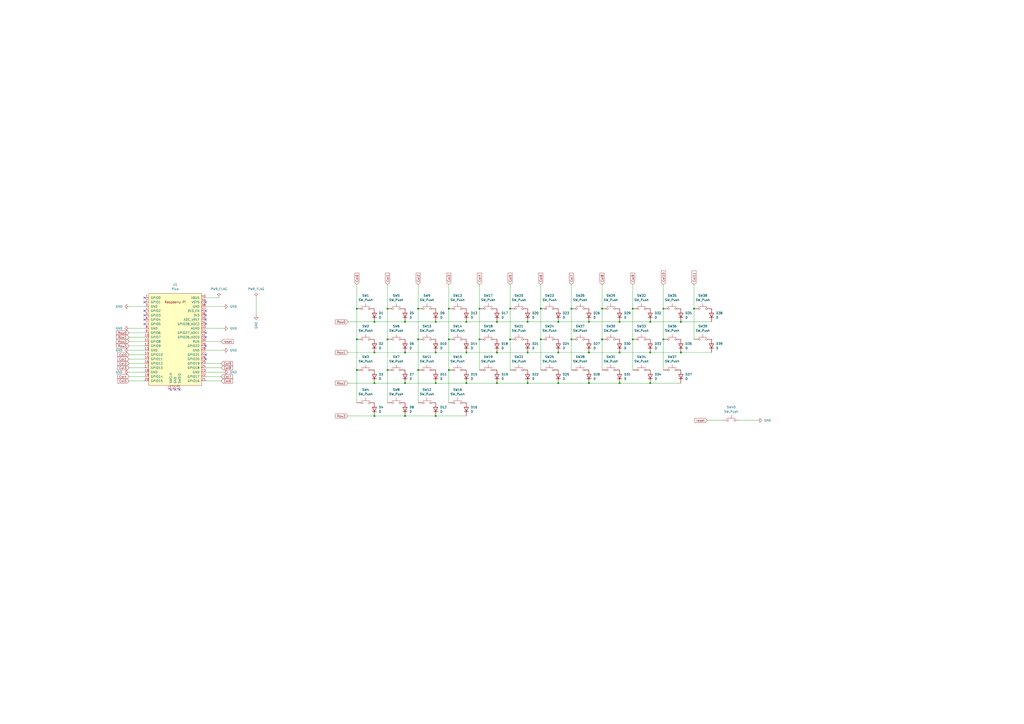
<source format=kicad_sch>
(kicad_sch (version 20230121) (generator eeschema)

  (uuid 30ce758a-13a8-4989-9c18-1386b25397ac)

  (paper "A2")

  (lib_symbols
    (symbol "Device:D" (pin_numbers hide) (pin_names (offset 1.016) hide) (in_bom yes) (on_board yes)
      (property "Reference" "D" (at 0 2.54 0)
        (effects (font (size 1.27 1.27)))
      )
      (property "Value" "D" (at 0 -2.54 0)
        (effects (font (size 1.27 1.27)))
      )
      (property "Footprint" "" (at 0 0 0)
        (effects (font (size 1.27 1.27)) hide)
      )
      (property "Datasheet" "~" (at 0 0 0)
        (effects (font (size 1.27 1.27)) hide)
      )
      (property "Sim.Device" "D" (at 0 0 0)
        (effects (font (size 1.27 1.27)) hide)
      )
      (property "Sim.Pins" "1=K 2=A" (at 0 0 0)
        (effects (font (size 1.27 1.27)) hide)
      )
      (property "ki_keywords" "diode" (at 0 0 0)
        (effects (font (size 1.27 1.27)) hide)
      )
      (property "ki_description" "Diode" (at 0 0 0)
        (effects (font (size 1.27 1.27)) hide)
      )
      (property "ki_fp_filters" "TO-???* *_Diode_* *SingleDiode* D_*" (at 0 0 0)
        (effects (font (size 1.27 1.27)) hide)
      )
      (symbol "D_0_1"
        (polyline
          (pts
            (xy -1.27 1.27)
            (xy -1.27 -1.27)
          )
          (stroke (width 0.254) (type default))
          (fill (type none))
        )
        (polyline
          (pts
            (xy 1.27 0)
            (xy -1.27 0)
          )
          (stroke (width 0) (type default))
          (fill (type none))
        )
        (polyline
          (pts
            (xy 1.27 1.27)
            (xy 1.27 -1.27)
            (xy -1.27 0)
            (xy 1.27 1.27)
          )
          (stroke (width 0.254) (type default))
          (fill (type none))
        )
      )
      (symbol "D_1_1"
        (pin passive line (at -3.81 0 0) (length 2.54)
          (name "K" (effects (font (size 1.27 1.27))))
          (number "1" (effects (font (size 1.27 1.27))))
        )
        (pin passive line (at 3.81 0 180) (length 2.54)
          (name "A" (effects (font (size 1.27 1.27))))
          (number "2" (effects (font (size 1.27 1.27))))
        )
      )
    )
    (symbol "RPi_Pico:Pico" (pin_names (offset 1.016)) (in_bom yes) (on_board yes)
      (property "Reference" "U" (at -13.97 27.94 0)
        (effects (font (size 1.27 1.27)))
      )
      (property "Value" "Pico" (at 0 19.05 0)
        (effects (font (size 1.27 1.27)))
      )
      (property "Footprint" "RPi_Pico:RPi_Pico_SMD_TH" (at 0 0 90)
        (effects (font (size 1.27 1.27)) hide)
      )
      (property "Datasheet" "" (at 0 0 0)
        (effects (font (size 1.27 1.27)) hide)
      )
      (symbol "Pico_0_0"
        (text "Raspberry Pi" (at 0 21.59 0)
          (effects (font (size 1.27 1.27)))
        )
      )
      (symbol "Pico_0_1"
        (rectangle (start -15.24 26.67) (end 15.24 -26.67)
          (stroke (width 0) (type solid))
          (fill (type background))
        )
      )
      (symbol "Pico_1_1"
        (pin bidirectional line (at -17.78 24.13 0) (length 2.54)
          (name "GPIO0" (effects (font (size 1.27 1.27))))
          (number "1" (effects (font (size 1.27 1.27))))
        )
        (pin bidirectional line (at -17.78 1.27 0) (length 2.54)
          (name "GPIO7" (effects (font (size 1.27 1.27))))
          (number "10" (effects (font (size 1.27 1.27))))
        )
        (pin bidirectional line (at -17.78 -1.27 0) (length 2.54)
          (name "GPIO8" (effects (font (size 1.27 1.27))))
          (number "11" (effects (font (size 1.27 1.27))))
        )
        (pin bidirectional line (at -17.78 -3.81 0) (length 2.54)
          (name "GPIO9" (effects (font (size 1.27 1.27))))
          (number "12" (effects (font (size 1.27 1.27))))
        )
        (pin power_in line (at -17.78 -6.35 0) (length 2.54)
          (name "GND" (effects (font (size 1.27 1.27))))
          (number "13" (effects (font (size 1.27 1.27))))
        )
        (pin bidirectional line (at -17.78 -8.89 0) (length 2.54)
          (name "GPIO10" (effects (font (size 1.27 1.27))))
          (number "14" (effects (font (size 1.27 1.27))))
        )
        (pin bidirectional line (at -17.78 -11.43 0) (length 2.54)
          (name "GPIO11" (effects (font (size 1.27 1.27))))
          (number "15" (effects (font (size 1.27 1.27))))
        )
        (pin bidirectional line (at -17.78 -13.97 0) (length 2.54)
          (name "GPIO12" (effects (font (size 1.27 1.27))))
          (number "16" (effects (font (size 1.27 1.27))))
        )
        (pin bidirectional line (at -17.78 -16.51 0) (length 2.54)
          (name "GPIO13" (effects (font (size 1.27 1.27))))
          (number "17" (effects (font (size 1.27 1.27))))
        )
        (pin power_in line (at -17.78 -19.05 0) (length 2.54)
          (name "GND" (effects (font (size 1.27 1.27))))
          (number "18" (effects (font (size 1.27 1.27))))
        )
        (pin bidirectional line (at -17.78 -21.59 0) (length 2.54)
          (name "GPIO14" (effects (font (size 1.27 1.27))))
          (number "19" (effects (font (size 1.27 1.27))))
        )
        (pin bidirectional line (at -17.78 21.59 0) (length 2.54)
          (name "GPIO1" (effects (font (size 1.27 1.27))))
          (number "2" (effects (font (size 1.27 1.27))))
        )
        (pin bidirectional line (at -17.78 -24.13 0) (length 2.54)
          (name "GPIO15" (effects (font (size 1.27 1.27))))
          (number "20" (effects (font (size 1.27 1.27))))
        )
        (pin bidirectional line (at 17.78 -24.13 180) (length 2.54)
          (name "GPIO16" (effects (font (size 1.27 1.27))))
          (number "21" (effects (font (size 1.27 1.27))))
        )
        (pin bidirectional line (at 17.78 -21.59 180) (length 2.54)
          (name "GPIO17" (effects (font (size 1.27 1.27))))
          (number "22" (effects (font (size 1.27 1.27))))
        )
        (pin power_in line (at 17.78 -19.05 180) (length 2.54)
          (name "GND" (effects (font (size 1.27 1.27))))
          (number "23" (effects (font (size 1.27 1.27))))
        )
        (pin bidirectional line (at 17.78 -16.51 180) (length 2.54)
          (name "GPIO18" (effects (font (size 1.27 1.27))))
          (number "24" (effects (font (size 1.27 1.27))))
        )
        (pin bidirectional line (at 17.78 -13.97 180) (length 2.54)
          (name "GPIO19" (effects (font (size 1.27 1.27))))
          (number "25" (effects (font (size 1.27 1.27))))
        )
        (pin bidirectional line (at 17.78 -11.43 180) (length 2.54)
          (name "GPIO20" (effects (font (size 1.27 1.27))))
          (number "26" (effects (font (size 1.27 1.27))))
        )
        (pin bidirectional line (at 17.78 -8.89 180) (length 2.54)
          (name "GPIO21" (effects (font (size 1.27 1.27))))
          (number "27" (effects (font (size 1.27 1.27))))
        )
        (pin power_in line (at 17.78 -6.35 180) (length 2.54)
          (name "GND" (effects (font (size 1.27 1.27))))
          (number "28" (effects (font (size 1.27 1.27))))
        )
        (pin bidirectional line (at 17.78 -3.81 180) (length 2.54)
          (name "GPIO22" (effects (font (size 1.27 1.27))))
          (number "29" (effects (font (size 1.27 1.27))))
        )
        (pin power_in line (at -17.78 19.05 0) (length 2.54)
          (name "GND" (effects (font (size 1.27 1.27))))
          (number "3" (effects (font (size 1.27 1.27))))
        )
        (pin input line (at 17.78 -1.27 180) (length 2.54)
          (name "RUN" (effects (font (size 1.27 1.27))))
          (number "30" (effects (font (size 1.27 1.27))))
        )
        (pin bidirectional line (at 17.78 1.27 180) (length 2.54)
          (name "GPIO26_ADC0" (effects (font (size 1.27 1.27))))
          (number "31" (effects (font (size 1.27 1.27))))
        )
        (pin bidirectional line (at 17.78 3.81 180) (length 2.54)
          (name "GPIO27_ADC1" (effects (font (size 1.27 1.27))))
          (number "32" (effects (font (size 1.27 1.27))))
        )
        (pin power_in line (at 17.78 6.35 180) (length 2.54)
          (name "AGND" (effects (font (size 1.27 1.27))))
          (number "33" (effects (font (size 1.27 1.27))))
        )
        (pin bidirectional line (at 17.78 8.89 180) (length 2.54)
          (name "GPIO28_ADC2" (effects (font (size 1.27 1.27))))
          (number "34" (effects (font (size 1.27 1.27))))
        )
        (pin unspecified line (at 17.78 11.43 180) (length 2.54)
          (name "ADC_VREF" (effects (font (size 1.27 1.27))))
          (number "35" (effects (font (size 1.27 1.27))))
        )
        (pin unspecified line (at 17.78 13.97 180) (length 2.54)
          (name "3V3" (effects (font (size 1.27 1.27))))
          (number "36" (effects (font (size 1.27 1.27))))
        )
        (pin input line (at 17.78 16.51 180) (length 2.54)
          (name "3V3_EN" (effects (font (size 1.27 1.27))))
          (number "37" (effects (font (size 1.27 1.27))))
        )
        (pin bidirectional line (at 17.78 19.05 180) (length 2.54)
          (name "GND" (effects (font (size 1.27 1.27))))
          (number "38" (effects (font (size 1.27 1.27))))
        )
        (pin unspecified line (at 17.78 21.59 180) (length 2.54)
          (name "VSYS" (effects (font (size 1.27 1.27))))
          (number "39" (effects (font (size 1.27 1.27))))
        )
        (pin bidirectional line (at -17.78 16.51 0) (length 2.54)
          (name "GPIO2" (effects (font (size 1.27 1.27))))
          (number "4" (effects (font (size 1.27 1.27))))
        )
        (pin unspecified line (at 17.78 24.13 180) (length 2.54)
          (name "VBUS" (effects (font (size 1.27 1.27))))
          (number "40" (effects (font (size 1.27 1.27))))
        )
        (pin input line (at -2.54 -29.21 90) (length 2.54)
          (name "SWCLK" (effects (font (size 1.27 1.27))))
          (number "41" (effects (font (size 1.27 1.27))))
        )
        (pin power_in line (at 0 -29.21 90) (length 2.54)
          (name "GND" (effects (font (size 1.27 1.27))))
          (number "42" (effects (font (size 1.27 1.27))))
        )
        (pin bidirectional line (at 2.54 -29.21 90) (length 2.54)
          (name "SWDIO" (effects (font (size 1.27 1.27))))
          (number "43" (effects (font (size 1.27 1.27))))
        )
        (pin bidirectional line (at -17.78 13.97 0) (length 2.54)
          (name "GPIO3" (effects (font (size 1.27 1.27))))
          (number "5" (effects (font (size 1.27 1.27))))
        )
        (pin bidirectional line (at -17.78 11.43 0) (length 2.54)
          (name "GPIO4" (effects (font (size 1.27 1.27))))
          (number "6" (effects (font (size 1.27 1.27))))
        )
        (pin bidirectional line (at -17.78 8.89 0) (length 2.54)
          (name "GPIO5" (effects (font (size 1.27 1.27))))
          (number "7" (effects (font (size 1.27 1.27))))
        )
        (pin power_in line (at -17.78 6.35 0) (length 2.54)
          (name "GND" (effects (font (size 1.27 1.27))))
          (number "8" (effects (font (size 1.27 1.27))))
        )
        (pin bidirectional line (at -17.78 3.81 0) (length 2.54)
          (name "GPIO6" (effects (font (size 1.27 1.27))))
          (number "9" (effects (font (size 1.27 1.27))))
        )
      )
    )
    (symbol "Switch:SW_Push" (pin_numbers hide) (pin_names (offset 1.016) hide) (in_bom yes) (on_board yes)
      (property "Reference" "SW" (at 1.27 2.54 0)
        (effects (font (size 1.27 1.27)) (justify left))
      )
      (property "Value" "SW_Push" (at 0 -1.524 0)
        (effects (font (size 1.27 1.27)))
      )
      (property "Footprint" "" (at 0 5.08 0)
        (effects (font (size 1.27 1.27)) hide)
      )
      (property "Datasheet" "~" (at 0 5.08 0)
        (effects (font (size 1.27 1.27)) hide)
      )
      (property "ki_keywords" "switch normally-open pushbutton push-button" (at 0 0 0)
        (effects (font (size 1.27 1.27)) hide)
      )
      (property "ki_description" "Push button switch, generic, two pins" (at 0 0 0)
        (effects (font (size 1.27 1.27)) hide)
      )
      (symbol "SW_Push_0_1"
        (circle (center -2.032 0) (radius 0.508)
          (stroke (width 0) (type default))
          (fill (type none))
        )
        (polyline
          (pts
            (xy 0 1.27)
            (xy 0 3.048)
          )
          (stroke (width 0) (type default))
          (fill (type none))
        )
        (polyline
          (pts
            (xy 2.54 1.27)
            (xy -2.54 1.27)
          )
          (stroke (width 0) (type default))
          (fill (type none))
        )
        (circle (center 2.032 0) (radius 0.508)
          (stroke (width 0) (type default))
          (fill (type none))
        )
        (pin passive line (at -5.08 0 0) (length 2.54)
          (name "1" (effects (font (size 1.27 1.27))))
          (number "1" (effects (font (size 1.27 1.27))))
        )
        (pin passive line (at 5.08 0 180) (length 2.54)
          (name "2" (effects (font (size 1.27 1.27))))
          (number "2" (effects (font (size 1.27 1.27))))
        )
      )
    )
    (symbol "power:GND" (power) (pin_names (offset 0)) (in_bom yes) (on_board yes)
      (property "Reference" "#PWR" (at 0 -6.35 0)
        (effects (font (size 1.27 1.27)) hide)
      )
      (property "Value" "GND" (at 0 -3.81 0)
        (effects (font (size 1.27 1.27)))
      )
      (property "Footprint" "" (at 0 0 0)
        (effects (font (size 1.27 1.27)) hide)
      )
      (property "Datasheet" "" (at 0 0 0)
        (effects (font (size 1.27 1.27)) hide)
      )
      (property "ki_keywords" "global power" (at 0 0 0)
        (effects (font (size 1.27 1.27)) hide)
      )
      (property "ki_description" "Power symbol creates a global label with name \"GND\" , ground" (at 0 0 0)
        (effects (font (size 1.27 1.27)) hide)
      )
      (symbol "GND_0_1"
        (polyline
          (pts
            (xy 0 0)
            (xy 0 -1.27)
            (xy 1.27 -1.27)
            (xy 0 -2.54)
            (xy -1.27 -1.27)
            (xy 0 -1.27)
          )
          (stroke (width 0) (type default))
          (fill (type none))
        )
      )
      (symbol "GND_1_1"
        (pin power_in line (at 0 0 270) (length 0) hide
          (name "GND" (effects (font (size 1.27 1.27))))
          (number "1" (effects (font (size 1.27 1.27))))
        )
      )
    )
    (symbol "power:PWR_FLAG" (power) (pin_numbers hide) (pin_names (offset 0) hide) (in_bom yes) (on_board yes)
      (property "Reference" "#FLG" (at 0 1.905 0)
        (effects (font (size 1.27 1.27)) hide)
      )
      (property "Value" "PWR_FLAG" (at 0 3.81 0)
        (effects (font (size 1.27 1.27)))
      )
      (property "Footprint" "" (at 0 0 0)
        (effects (font (size 1.27 1.27)) hide)
      )
      (property "Datasheet" "~" (at 0 0 0)
        (effects (font (size 1.27 1.27)) hide)
      )
      (property "ki_keywords" "flag power" (at 0 0 0)
        (effects (font (size 1.27 1.27)) hide)
      )
      (property "ki_description" "Special symbol for telling ERC where power comes from" (at 0 0 0)
        (effects (font (size 1.27 1.27)) hide)
      )
      (symbol "PWR_FLAG_0_0"
        (pin power_out line (at 0 0 90) (length 0)
          (name "pwr" (effects (font (size 1.27 1.27))))
          (number "1" (effects (font (size 1.27 1.27))))
        )
      )
      (symbol "PWR_FLAG_0_1"
        (polyline
          (pts
            (xy 0 0)
            (xy 0 1.27)
            (xy -1.016 1.905)
            (xy 0 2.54)
            (xy 1.016 1.905)
            (xy 0 1.27)
          )
          (stroke (width 0) (type default))
          (fill (type none))
        )
      )
    )
  )

  (junction (at 252.73 222.25) (diameter 0) (color 0 0 0 0)
    (uuid 0223f7ee-bb62-4df9-92d2-2698f0773f01)
  )
  (junction (at 242.57 179.07) (diameter 0) (color 0 0 0 0)
    (uuid 092bf206-47e4-47d1-a6db-c6b20b282dce)
  )
  (junction (at 234.95 222.25) (diameter 0) (color 0 0 0 0)
    (uuid 0aed5275-06df-4321-b581-4329b28969ef)
  )
  (junction (at 367.03 179.07) (diameter 0) (color 0 0 0 0)
    (uuid 0cbd7502-77d9-4a56-9851-4f4c031d729a)
  )
  (junction (at 288.29 186.69) (diameter 0) (color 0 0 0 0)
    (uuid 0deee2d5-a3e1-4394-a466-5e83798c7016)
  )
  (junction (at 234.95 241.3) (diameter 0) (color 0 0 0 0)
    (uuid 0e7c2604-c635-4d59-ab5b-633f0934a7a6)
  )
  (junction (at 252.73 204.47) (diameter 0) (color 0 0 0 0)
    (uuid 0fb74613-7e2c-442c-9d2c-fc626ce64086)
  )
  (junction (at 394.97 186.69) (diameter 0) (color 0 0 0 0)
    (uuid 26e79330-e31c-4416-9fce-39739a06b593)
  )
  (junction (at 278.13 196.85) (diameter 0) (color 0 0 0 0)
    (uuid 2a50daa5-5f63-4928-86e9-68790e2a15da)
  )
  (junction (at 270.51 222.25) (diameter 0) (color 0 0 0 0)
    (uuid 2c33d942-d05a-4ebf-ae3f-4639ea235a47)
  )
  (junction (at 341.63 204.47) (diameter 0) (color 0 0 0 0)
    (uuid 2e3ece97-4ad6-4697-85f3-1455b715def4)
  )
  (junction (at 341.63 186.69) (diameter 0) (color 0 0 0 0)
    (uuid 32bb5fe6-4302-4cd9-8983-c0b3cc084cc0)
  )
  (junction (at 359.41 204.47) (diameter 0) (color 0 0 0 0)
    (uuid 37280498-bf96-4162-b3d9-f003e97902dd)
  )
  (junction (at 384.81 179.07) (diameter 0) (color 0 0 0 0)
    (uuid 3962cade-85ff-48b4-a79a-36c87499649a)
  )
  (junction (at 295.91 179.07) (diameter 0) (color 0 0 0 0)
    (uuid 3f77f774-5719-41a4-832e-395f8e23bc1c)
  )
  (junction (at 278.13 179.07) (diameter 0) (color 0 0 0 0)
    (uuid 4a68c388-dcd9-4a9d-8765-c525e43903c5)
  )
  (junction (at 207.01 179.07) (diameter 0) (color 0 0 0 0)
    (uuid 502e1103-7030-47c2-8adc-df2f28a560ce)
  )
  (junction (at 252.73 186.69) (diameter 0) (color 0 0 0 0)
    (uuid 5b0f6218-ad60-482d-85bc-8ba3fdb00983)
  )
  (junction (at 341.63 222.25) (diameter 0) (color 0 0 0 0)
    (uuid 5d55ee76-d379-4eb6-9235-9f2193cb833d)
  )
  (junction (at 331.47 179.07) (diameter 0) (color 0 0 0 0)
    (uuid 5d7e4067-3a99-4fe9-ba0a-b95b4e6cb9c4)
  )
  (junction (at 207.01 196.85) (diameter 0) (color 0 0 0 0)
    (uuid 635aa904-643f-45d3-921b-262dd981d0da)
  )
  (junction (at 217.17 186.69) (diameter 0) (color 0 0 0 0)
    (uuid 6411dd15-18e1-4be9-9d58-e2411b54c68e)
  )
  (junction (at 224.79 196.85) (diameter 0) (color 0 0 0 0)
    (uuid 669176aa-1898-4387-ba68-232a227f7e85)
  )
  (junction (at 242.57 196.85) (diameter 0) (color 0 0 0 0)
    (uuid 671c9274-1f9c-458f-9fc4-c57e483165af)
  )
  (junction (at 313.69 179.07) (diameter 0) (color 0 0 0 0)
    (uuid 6ab564c6-998e-4dbe-b673-3c80ea755597)
  )
  (junction (at 402.59 179.07) (diameter 0) (color 0 0 0 0)
    (uuid 6c7f5428-ce1d-4da9-906a-15eae7f71158)
  )
  (junction (at 234.95 186.69) (diameter 0) (color 0 0 0 0)
    (uuid 6f466147-e442-40aa-85a8-9731cebde92c)
  )
  (junction (at 295.91 196.85) (diameter 0) (color 0 0 0 0)
    (uuid 710db96c-ffa5-4afe-a1c3-e3a455244ca7)
  )
  (junction (at 224.79 214.63) (diameter 0) (color 0 0 0 0)
    (uuid 7181554b-2528-4ddb-b51e-c30ea480f8e6)
  )
  (junction (at 349.25 196.85) (diameter 0) (color 0 0 0 0)
    (uuid 74a57bc1-997d-49aa-b426-40b307293d77)
  )
  (junction (at 252.73 241.3) (diameter 0) (color 0 0 0 0)
    (uuid 78188519-1599-4325-a4af-12bb793cd668)
  )
  (junction (at 288.29 204.47) (diameter 0) (color 0 0 0 0)
    (uuid 7b9af07e-d85d-49d0-879c-6acc8a0afcea)
  )
  (junction (at 224.79 179.07) (diameter 0) (color 0 0 0 0)
    (uuid 7d032cca-91c0-4097-8ee6-6f55cb00ce65)
  )
  (junction (at 306.07 186.69) (diameter 0) (color 0 0 0 0)
    (uuid 7d8db2a6-de5a-441e-b90b-12cb33b77863)
  )
  (junction (at 323.85 204.47) (diameter 0) (color 0 0 0 0)
    (uuid 7f5b1ed7-8d03-4f2a-a4a4-73d2ec32aa5a)
  )
  (junction (at 377.19 186.69) (diameter 0) (color 0 0 0 0)
    (uuid 80538705-e2f1-494c-94f3-d1f4e819ac81)
  )
  (junction (at 242.57 214.63) (diameter 0) (color 0 0 0 0)
    (uuid 837eb675-eb47-46f7-9071-3966e3e5ace5)
  )
  (junction (at 377.19 204.47) (diameter 0) (color 0 0 0 0)
    (uuid 89f73e83-793c-4fb5-8b5a-95185853e68f)
  )
  (junction (at 377.19 222.25) (diameter 0) (color 0 0 0 0)
    (uuid 9c305177-ee2e-4644-8fdc-b19bdb8f6713)
  )
  (junction (at 260.35 179.07) (diameter 0) (color 0 0 0 0)
    (uuid a031a515-4e92-44a9-ae6b-e3c8b26b38ef)
  )
  (junction (at 384.81 196.85) (diameter 0) (color 0 0 0 0)
    (uuid abc44587-74e2-4b7d-979b-0c749419b10d)
  )
  (junction (at 306.07 204.47) (diameter 0) (color 0 0 0 0)
    (uuid add761ea-f83c-44e7-b9f7-1f38f19e5c1b)
  )
  (junction (at 270.51 186.69) (diameter 0) (color 0 0 0 0)
    (uuid b44d791e-4040-4b91-8a4d-6f07b4a75911)
  )
  (junction (at 323.85 186.69) (diameter 0) (color 0 0 0 0)
    (uuid bad7d861-805b-47f2-8864-417027f90c7d)
  )
  (junction (at 260.35 214.63) (diameter 0) (color 0 0 0 0)
    (uuid bbe78ae9-b605-4ff6-b61d-17026c23bc93)
  )
  (junction (at 323.85 222.25) (diameter 0) (color 0 0 0 0)
    (uuid bd0902e3-43ff-4b59-baf5-9ece765015a0)
  )
  (junction (at 217.17 204.47) (diameter 0) (color 0 0 0 0)
    (uuid bf6da409-ff3b-4423-b928-b12905ed35b7)
  )
  (junction (at 306.07 222.25) (diameter 0) (color 0 0 0 0)
    (uuid c03a999d-f588-4f73-91e5-bce60ed8e0d6)
  )
  (junction (at 331.47 196.85) (diameter 0) (color 0 0 0 0)
    (uuid c2230f70-4d25-4da5-8d32-5fb2f5f8b881)
  )
  (junction (at 217.17 241.3) (diameter 0) (color 0 0 0 0)
    (uuid cb009679-d4e0-451f-adb6-5cf8a0e7c055)
  )
  (junction (at 349.25 179.07) (diameter 0) (color 0 0 0 0)
    (uuid d33b3033-551a-44dc-999d-c73eafb06ff8)
  )
  (junction (at 234.95 204.47) (diameter 0) (color 0 0 0 0)
    (uuid d3de476e-a989-4e8a-ab05-d29580ed9e31)
  )
  (junction (at 313.69 196.85) (diameter 0) (color 0 0 0 0)
    (uuid d538af9b-9c6b-4db3-8f1f-5db67396f5f4)
  )
  (junction (at 367.03 196.85) (diameter 0) (color 0 0 0 0)
    (uuid d7d1e050-59ec-4060-b19e-7c04acc28ff1)
  )
  (junction (at 270.51 204.47) (diameter 0) (color 0 0 0 0)
    (uuid e3df4a6f-372f-4c71-8cdb-1f21044d97f5)
  )
  (junction (at 288.29 222.25) (diameter 0) (color 0 0 0 0)
    (uuid e56a2ae5-00a9-4a9d-a76e-10d05823fab1)
  )
  (junction (at 260.35 196.85) (diameter 0) (color 0 0 0 0)
    (uuid e6f91270-944d-47e6-a857-efc13dbba2f0)
  )
  (junction (at 217.17 222.25) (diameter 0) (color 0 0 0 0)
    (uuid eb7961ff-51bd-4271-81be-6543b0fc0c4b)
  )
  (junction (at 207.01 214.63) (diameter 0) (color 0 0 0 0)
    (uuid f4cbc8de-9932-4c58-9183-6d741b8ecdc3)
  )
  (junction (at 394.97 204.47) (diameter 0) (color 0 0 0 0)
    (uuid f769e819-93da-43be-98bf-84e8f1825643)
  )
  (junction (at 359.41 222.25) (diameter 0) (color 0 0 0 0)
    (uuid fddcc362-48b1-4f1f-91a5-0d8d1f8e6b74)
  )
  (junction (at 359.41 186.69) (diameter 0) (color 0 0 0 0)
    (uuid fe7f9574-ac42-4598-bc8f-62a6ede0f899)
  )

  (no_connect (at 119.38 208.28) (uuid 1591a9a6-afcb-4608-b05c-cd862346c5c7))
  (no_connect (at 83.82 172.72) (uuid 28ee8312-4cdd-4d8f-91a0-923dfc05d571))
  (no_connect (at 83.82 187.96) (uuid 3433d716-643f-45d8-87be-eefd81c988f4))
  (no_connect (at 119.38 195.58) (uuid 379ac789-2a7f-4e43-9d08-2f014bf6096b))
  (no_connect (at 83.82 175.26) (uuid 3ef85fed-3dee-4e0f-b802-4acd51d61d85))
  (no_connect (at 83.82 180.34) (uuid 50c33b1a-aedf-432b-9e0f-89af2bb542f7))
  (no_connect (at 104.14 226.06) (uuid 590596c4-4910-4dee-b6b2-a7c515fb4a80))
  (no_connect (at 119.38 205.74) (uuid 73259580-1c32-4763-9637-70ed6288af23))
  (no_connect (at 119.38 180.34) (uuid 754bb2e1-98c5-4712-89aa-70da96c64b00))
  (no_connect (at 83.82 182.88) (uuid 77131c02-6375-4f0a-84ee-87cef7cb5c74))
  (no_connect (at 119.38 200.66) (uuid 85df8312-70a5-4bd9-819c-25ebd8c64904))
  (no_connect (at 119.38 187.96) (uuid 88080a53-4e8b-4e89-843c-386c2f6db4cb))
  (no_connect (at 101.6 226.06) (uuid 8e721ef9-c77c-4055-9c76-76499e4b96a2))
  (no_connect (at 119.38 185.42) (uuid 970a4091-dd8c-4b77-a307-10487565e70f))
  (no_connect (at 99.06 226.06) (uuid cd5ea65c-a5bc-439d-a3ff-2e771758ba6d))
  (no_connect (at 119.38 182.88) (uuid d01cafbe-ebbd-458a-9a1d-a7be0b49b500))
  (no_connect (at 119.38 193.04) (uuid d2b0314e-78aa-4a46-a594-2f5451dfc039))
  (no_connect (at 83.82 185.42) (uuid db44bff0-7a4a-4c76-8825-d8a58564cdcb))
  (no_connect (at 119.38 175.26) (uuid f58216b1-5e6f-4348-9934-24862440724b))

  (wire (pts (xy 323.85 222.25) (xy 341.63 222.25))
    (stroke (width 0) (type default))
    (uuid 06a8c86d-59d8-4e8e-b28f-b8dbce933cc4)
  )
  (wire (pts (xy 260.35 214.63) (xy 260.35 233.68))
    (stroke (width 0) (type default))
    (uuid 0a5d486f-76db-4ce1-acdb-87771110cf57)
  )
  (wire (pts (xy 74.93 195.58) (xy 83.82 195.58))
    (stroke (width 0) (type default))
    (uuid 0d65c16b-5def-4b57-8b0b-baec2615efb5)
  )
  (wire (pts (xy 341.63 204.47) (xy 359.41 204.47))
    (stroke (width 0) (type default))
    (uuid 12991b97-4f2c-4655-ad00-73527a30c73e)
  )
  (wire (pts (xy 74.93 203.2) (xy 83.82 203.2))
    (stroke (width 0) (type default))
    (uuid 12eea53c-3c13-4fed-9056-a19b3a6de491)
  )
  (wire (pts (xy 313.69 165.1) (xy 313.69 179.07))
    (stroke (width 0) (type default))
    (uuid 1cee7f9e-2cf2-4f65-963b-74c6966dc822)
  )
  (wire (pts (xy 242.57 196.85) (xy 242.57 214.63))
    (stroke (width 0) (type default))
    (uuid 1e377036-f148-4b1e-8f49-d4094b7b4b8f)
  )
  (wire (pts (xy 224.79 196.85) (xy 224.79 214.63))
    (stroke (width 0) (type default))
    (uuid 1e3d8c80-d21f-4a68-9b5d-52a7e5740b72)
  )
  (wire (pts (xy 128.27 220.98) (xy 119.38 220.98))
    (stroke (width 0) (type default))
    (uuid 21dc5c2f-bb6a-428b-bfbb-d5c3ee5008b8)
  )
  (wire (pts (xy 377.19 222.25) (xy 394.97 222.25))
    (stroke (width 0) (type default))
    (uuid 22136fca-e3ab-44c0-93c8-25b7829ddcfb)
  )
  (wire (pts (xy 270.51 186.69) (xy 288.29 186.69))
    (stroke (width 0) (type default))
    (uuid 234105d9-4ca3-4bec-8901-049dc79b10b1)
  )
  (wire (pts (xy 331.47 165.1) (xy 331.47 179.07))
    (stroke (width 0) (type default))
    (uuid 24219ba6-aa78-4e3a-9396-845d607958e5)
  )
  (wire (pts (xy 270.51 204.47) (xy 288.29 204.47))
    (stroke (width 0) (type default))
    (uuid 25acbecf-b9ba-48f4-b863-58962731083e)
  )
  (wire (pts (xy 224.79 214.63) (xy 224.79 233.68))
    (stroke (width 0) (type default))
    (uuid 2796f0d6-3a4b-4fc2-94c0-b3cb03393a39)
  )
  (wire (pts (xy 234.95 222.25) (xy 252.73 222.25))
    (stroke (width 0) (type default))
    (uuid 285d2a86-71e4-402a-a001-777c3ed5fe80)
  )
  (wire (pts (xy 234.95 204.47) (xy 252.73 204.47))
    (stroke (width 0) (type default))
    (uuid 2f6adcc1-d7fe-4f2d-880e-9760faa1a375)
  )
  (wire (pts (xy 377.19 186.69) (xy 394.97 186.69))
    (stroke (width 0) (type default))
    (uuid 2fc46b83-3d70-49c6-b0b0-d98e3a7f0483)
  )
  (wire (pts (xy 217.17 241.3) (xy 234.95 241.3))
    (stroke (width 0) (type default))
    (uuid 3065a3c0-9377-4b0a-9ce9-1bc687c36bb3)
  )
  (wire (pts (xy 148.59 172.72) (xy 148.59 182.88))
    (stroke (width 0) (type default))
    (uuid 332c6139-cba1-41ec-ac96-d6c03970a906)
  )
  (wire (pts (xy 74.93 213.36) (xy 83.82 213.36))
    (stroke (width 0) (type default))
    (uuid 33f82ba4-571e-483e-aa26-97922bf0b75d)
  )
  (wire (pts (xy 394.97 186.69) (xy 412.75 186.69))
    (stroke (width 0) (type default))
    (uuid 34179ab5-f045-4264-b6c9-3a03a70ad9b8)
  )
  (wire (pts (xy 217.17 186.69) (xy 234.95 186.69))
    (stroke (width 0) (type default))
    (uuid 34d9000e-ba6b-4ebf-aafa-c89cd389a015)
  )
  (wire (pts (xy 234.95 186.69) (xy 252.73 186.69))
    (stroke (width 0) (type default))
    (uuid 37665ccc-d4c8-48e9-a659-dd390312195c)
  )
  (wire (pts (xy 288.29 204.47) (xy 306.07 204.47))
    (stroke (width 0) (type default))
    (uuid 3e6de0d2-6456-47a1-8dd4-5cc37425fa72)
  )
  (wire (pts (xy 201.93 204.47) (xy 217.17 204.47))
    (stroke (width 0) (type default))
    (uuid 3f2e5901-142c-4f9b-a79a-7ab1d2c22b57)
  )
  (wire (pts (xy 384.81 179.07) (xy 384.81 196.85))
    (stroke (width 0) (type default))
    (uuid 40eef807-cf67-445d-a622-b061cecad0a7)
  )
  (wire (pts (xy 74.93 215.9) (xy 83.82 215.9))
    (stroke (width 0) (type default))
    (uuid 43d62ca5-9a15-4233-89b2-cefc1da7e748)
  )
  (wire (pts (xy 349.25 196.85) (xy 349.25 214.63))
    (stroke (width 0) (type default))
    (uuid 4498942b-1a44-494c-811e-45380aca50f0)
  )
  (wire (pts (xy 207.01 179.07) (xy 207.01 196.85))
    (stroke (width 0) (type default))
    (uuid 4598ca75-ce5c-469f-8c67-51403affe29f)
  )
  (wire (pts (xy 74.93 210.82) (xy 83.82 210.82))
    (stroke (width 0) (type default))
    (uuid 46a371fd-9c17-46fa-84c6-4abdffa178fd)
  )
  (wire (pts (xy 74.93 190.5) (xy 83.82 190.5))
    (stroke (width 0) (type default))
    (uuid 48d0effc-f58b-4c2d-bd2c-db1b48486a25)
  )
  (wire (pts (xy 331.47 179.07) (xy 331.47 196.85))
    (stroke (width 0) (type default))
    (uuid 4ced8db6-4aae-464a-9b87-dd6825f79a9f)
  )
  (wire (pts (xy 402.59 165.1) (xy 402.59 179.07))
    (stroke (width 0) (type default))
    (uuid 4e0d4f47-a818-4302-8bfd-e7e9c73083a8)
  )
  (wire (pts (xy 402.59 179.07) (xy 402.59 196.85))
    (stroke (width 0) (type default))
    (uuid 50056214-a21a-442e-8302-f2f91f669013)
  )
  (wire (pts (xy 410.21 243.84) (xy 419.1 243.84))
    (stroke (width 0) (type default))
    (uuid 5026e1ee-ca80-4ac7-afae-131cd0de6c2c)
  )
  (wire (pts (xy 201.93 241.3) (xy 217.17 241.3))
    (stroke (width 0) (type default))
    (uuid 5152348f-ba09-433d-9ded-8d2ad665d907)
  )
  (wire (pts (xy 242.57 179.07) (xy 242.57 196.85))
    (stroke (width 0) (type default))
    (uuid 51fb494c-d52d-48d6-a8f9-423494a6842b)
  )
  (wire (pts (xy 207.01 196.85) (xy 207.01 214.63))
    (stroke (width 0) (type default))
    (uuid 5707d5e8-7593-45a9-add3-e89fcaabccdc)
  )
  (wire (pts (xy 119.38 190.5) (xy 129.54 190.5))
    (stroke (width 0) (type default))
    (uuid 57f1203b-cdd7-4b93-ba7d-de60559e9406)
  )
  (wire (pts (xy 306.07 204.47) (xy 323.85 204.47))
    (stroke (width 0) (type default))
    (uuid 59c76e6b-dbfe-431e-81c8-3b50be189503)
  )
  (wire (pts (xy 224.79 179.07) (xy 224.79 196.85))
    (stroke (width 0) (type default))
    (uuid 5a0cbe78-2ef7-4c3a-855c-1b62434f7548)
  )
  (wire (pts (xy 278.13 179.07) (xy 278.13 196.85))
    (stroke (width 0) (type default))
    (uuid 5b0503e3-9a7b-4f11-8cb9-552076dd151f)
  )
  (wire (pts (xy 377.19 204.47) (xy 394.97 204.47))
    (stroke (width 0) (type default))
    (uuid 5d16465e-4c40-4169-86ea-fcf33ba9ec04)
  )
  (wire (pts (xy 349.25 165.1) (xy 349.25 179.07))
    (stroke (width 0) (type default))
    (uuid 5d4f1697-8631-4cf2-918f-d9120d9be8ae)
  )
  (wire (pts (xy 260.35 165.1) (xy 260.35 179.07))
    (stroke (width 0) (type default))
    (uuid 5ef3e344-defc-4301-ab60-5fe7f95b8d28)
  )
  (wire (pts (xy 201.93 186.69) (xy 217.17 186.69))
    (stroke (width 0) (type default))
    (uuid 5f966c7f-c1f4-4de2-904a-9450386cff2b)
  )
  (wire (pts (xy 128.27 210.82) (xy 119.38 210.82))
    (stroke (width 0) (type default))
    (uuid 6421387e-83ef-4260-a391-0b54e0874c13)
  )
  (wire (pts (xy 252.73 204.47) (xy 270.51 204.47))
    (stroke (width 0) (type default))
    (uuid 64f332c5-c1dd-48f1-bad6-3206a067b7b0)
  )
  (wire (pts (xy 252.73 241.3) (xy 270.51 241.3))
    (stroke (width 0) (type default))
    (uuid 697722fb-9826-4111-a83a-834e1b62ba59)
  )
  (wire (pts (xy 359.41 222.25) (xy 377.19 222.25))
    (stroke (width 0) (type default))
    (uuid 6988355a-2b38-4d26-b2da-8ade264cf840)
  )
  (wire (pts (xy 119.38 172.72) (xy 127 172.72))
    (stroke (width 0) (type default))
    (uuid 6a0ca093-dc17-47ff-994a-ee89ad656594)
  )
  (wire (pts (xy 74.93 193.04) (xy 83.82 193.04))
    (stroke (width 0) (type default))
    (uuid 6ea0dfa2-0ae6-49f0-9235-4eb7a34385d3)
  )
  (wire (pts (xy 74.93 218.44) (xy 83.82 218.44))
    (stroke (width 0) (type default))
    (uuid 6fb70150-02af-4a8d-91f8-72033cef03ff)
  )
  (wire (pts (xy 313.69 196.85) (xy 313.69 214.63))
    (stroke (width 0) (type default))
    (uuid 71ac8e84-6f63-411d-9d16-5ce1297ff95e)
  )
  (wire (pts (xy 429.26 243.84) (xy 439.42 243.84))
    (stroke (width 0) (type default))
    (uuid 763c58f9-13b3-4762-bb1a-cb3c6212f217)
  )
  (wire (pts (xy 119.38 177.8) (xy 129.54 177.8))
    (stroke (width 0) (type default))
    (uuid 777d3ca0-5ab4-43dc-93df-e52813393e6a)
  )
  (wire (pts (xy 323.85 186.69) (xy 341.63 186.69))
    (stroke (width 0) (type default))
    (uuid 7856a30a-c30d-4dff-b979-0b84e470a8f7)
  )
  (wire (pts (xy 306.07 186.69) (xy 323.85 186.69))
    (stroke (width 0) (type default))
    (uuid 78ae86f8-8c92-4c0d-9b57-7feb98aa7dc8)
  )
  (wire (pts (xy 242.57 165.1) (xy 242.57 179.07))
    (stroke (width 0) (type default))
    (uuid 7a24d868-66ff-4a4c-9413-71019d5ac010)
  )
  (wire (pts (xy 359.41 204.47) (xy 377.19 204.47))
    (stroke (width 0) (type default))
    (uuid 7aa025f7-54f8-4ca9-905f-24544a665a9d)
  )
  (wire (pts (xy 367.03 179.07) (xy 367.03 196.85))
    (stroke (width 0) (type default))
    (uuid 7bb6abc1-08b6-4369-a723-64c3311e0592)
  )
  (wire (pts (xy 278.13 165.1) (xy 278.13 179.07))
    (stroke (width 0) (type default))
    (uuid 87e80bfe-900d-44fc-a53c-7777e0d8adc8)
  )
  (wire (pts (xy 341.63 186.69) (xy 359.41 186.69))
    (stroke (width 0) (type default))
    (uuid 89f699ac-8aed-4c0e-b866-9e3ad375239c)
  )
  (wire (pts (xy 306.07 222.25) (xy 323.85 222.25))
    (stroke (width 0) (type default))
    (uuid 8a40b99d-09ad-4f37-a2fd-b2ce6d6b54b3)
  )
  (wire (pts (xy 74.93 177.8) (xy 83.82 177.8))
    (stroke (width 0) (type default))
    (uuid 8fd1314f-004f-4430-a087-d46791bbd6ec)
  )
  (wire (pts (xy 384.81 196.85) (xy 384.81 214.63))
    (stroke (width 0) (type default))
    (uuid 9661fa64-0cab-4279-93d6-d1027496f0db)
  )
  (wire (pts (xy 252.73 222.25) (xy 270.51 222.25))
    (stroke (width 0) (type default))
    (uuid 988584cb-1af9-4b23-8092-113922870788)
  )
  (wire (pts (xy 260.35 196.85) (xy 260.35 214.63))
    (stroke (width 0) (type default))
    (uuid 988c17b6-2f62-4117-90d5-2e734926d52e)
  )
  (wire (pts (xy 260.35 179.07) (xy 260.35 196.85))
    (stroke (width 0) (type default))
    (uuid 9a6a9017-9410-4265-8c0d-9868567ee742)
  )
  (wire (pts (xy 341.63 222.25) (xy 359.41 222.25))
    (stroke (width 0) (type default))
    (uuid a06ef7e2-8dfe-4d40-b0ba-92d964b81b57)
  )
  (wire (pts (xy 74.93 220.98) (xy 83.82 220.98))
    (stroke (width 0) (type default))
    (uuid a1fda078-fd4f-469a-9521-9bbca4f1146d)
  )
  (wire (pts (xy 288.29 222.25) (xy 306.07 222.25))
    (stroke (width 0) (type default))
    (uuid a7a1a5f1-1f15-4057-b21e-b71af9cd6fb3)
  )
  (wire (pts (xy 128.27 213.36) (xy 119.38 213.36))
    (stroke (width 0) (type default))
    (uuid a95b56e7-0565-47f9-94d8-c57dde397128)
  )
  (wire (pts (xy 119.38 203.2) (xy 129.54 203.2))
    (stroke (width 0) (type default))
    (uuid aae65d64-d7fb-45a2-9596-72ef026b0ed6)
  )
  (wire (pts (xy 394.97 204.47) (xy 412.75 204.47))
    (stroke (width 0) (type default))
    (uuid b9c6f972-bcc9-482b-ae96-c8f713920089)
  )
  (wire (pts (xy 270.51 222.25) (xy 288.29 222.25))
    (stroke (width 0) (type default))
    (uuid bb0ab650-f537-4967-bc1e-e2281d191c18)
  )
  (wire (pts (xy 252.73 186.69) (xy 270.51 186.69))
    (stroke (width 0) (type default))
    (uuid bbfe1f44-5772-4cd3-b40d-f9a9df0f48b1)
  )
  (wire (pts (xy 295.91 196.85) (xy 295.91 214.63))
    (stroke (width 0) (type default))
    (uuid bdce71e4-a269-4740-a649-e9a0e868d2ca)
  )
  (wire (pts (xy 74.93 200.66) (xy 83.82 200.66))
    (stroke (width 0) (type default))
    (uuid be3dfeb4-5862-4d9e-872b-b8ba3b8beaf6)
  )
  (wire (pts (xy 207.01 214.63) (xy 207.01 233.68))
    (stroke (width 0) (type default))
    (uuid be46c381-f895-4946-b68d-522df0430886)
  )
  (wire (pts (xy 119.38 215.9) (xy 129.54 215.9))
    (stroke (width 0) (type default))
    (uuid be64198c-92a6-4768-bbfe-3f43e5a6857a)
  )
  (wire (pts (xy 242.57 214.63) (xy 242.57 233.68))
    (stroke (width 0) (type default))
    (uuid c082cd9c-37e5-4f38-a3d4-2a196d17ccca)
  )
  (wire (pts (xy 288.29 186.69) (xy 306.07 186.69))
    (stroke (width 0) (type default))
    (uuid c15648f6-8f75-45ff-a7de-b9be98f92c48)
  )
  (wire (pts (xy 278.13 196.85) (xy 278.13 214.63))
    (stroke (width 0) (type default))
    (uuid c6a0dcaf-f8bf-4be6-9d0d-a5f790060f62)
  )
  (wire (pts (xy 128.27 218.44) (xy 119.38 218.44))
    (stroke (width 0) (type default))
    (uuid c6a132e8-081a-4e49-ba29-0c0c4f0e3ff2)
  )
  (wire (pts (xy 74.93 208.28) (xy 83.82 208.28))
    (stroke (width 0) (type default))
    (uuid c80ebe7e-dd85-43fb-b15d-77d9ac1d33cb)
  )
  (wire (pts (xy 295.91 179.07) (xy 295.91 196.85))
    (stroke (width 0) (type default))
    (uuid c89fd15a-8c56-4fc9-95bb-13e605b48664)
  )
  (wire (pts (xy 367.03 165.1) (xy 367.03 179.07))
    (stroke (width 0) (type default))
    (uuid c8f28804-1210-4427-8639-718368150023)
  )
  (wire (pts (xy 323.85 204.47) (xy 341.63 204.47))
    (stroke (width 0) (type default))
    (uuid cd4e35f6-c0b9-4493-a0fb-e5f52febe826)
  )
  (wire (pts (xy 74.93 198.12) (xy 83.82 198.12))
    (stroke (width 0) (type default))
    (uuid cfcc10fa-9ef8-41b2-95a1-1c7b67ce56de)
  )
  (wire (pts (xy 295.91 165.1) (xy 295.91 179.07))
    (stroke (width 0) (type default))
    (uuid d0419ede-5f46-4099-b45e-0fb0f49ba1b7)
  )
  (wire (pts (xy 224.79 165.1) (xy 224.79 179.07))
    (stroke (width 0) (type default))
    (uuid d1737f3c-4929-477c-b7d4-68fdbc1428e0)
  )
  (wire (pts (xy 74.93 205.74) (xy 83.82 205.74))
    (stroke (width 0) (type default))
    (uuid d39bd1ad-2783-407e-8e21-f8e8cd2009a4)
  )
  (wire (pts (xy 349.25 179.07) (xy 349.25 196.85))
    (stroke (width 0) (type default))
    (uuid d5027c86-dd79-4496-96cd-ecb16835c126)
  )
  (wire (pts (xy 217.17 204.47) (xy 234.95 204.47))
    (stroke (width 0) (type default))
    (uuid d990b859-96e8-4d18-9849-75bd12b616c5)
  )
  (wire (pts (xy 367.03 196.85) (xy 367.03 214.63))
    (stroke (width 0) (type default))
    (uuid da6b94a6-a1e4-43ee-8c2a-789a40770447)
  )
  (wire (pts (xy 313.69 179.07) (xy 313.69 196.85))
    (stroke (width 0) (type default))
    (uuid dbb6faee-649e-4e79-a0ee-8acfaf884ea2)
  )
  (wire (pts (xy 384.81 165.1) (xy 384.81 179.07))
    (stroke (width 0) (type default))
    (uuid dd96c7dc-05a2-4128-87ab-cf8d2e7a7a12)
  )
  (wire (pts (xy 359.41 186.69) (xy 377.19 186.69))
    (stroke (width 0) (type default))
    (uuid df113386-9d06-41a7-9d8a-d7e655ca088b)
  )
  (wire (pts (xy 331.47 196.85) (xy 331.47 214.63))
    (stroke (width 0) (type default))
    (uuid e61a165b-525c-4a88-aa20-f2fca4a1a351)
  )
  (wire (pts (xy 207.01 165.1) (xy 207.01 179.07))
    (stroke (width 0) (type default))
    (uuid e7554680-2dfc-4063-afb9-6da19be3efa8)
  )
  (wire (pts (xy 234.95 241.3) (xy 252.73 241.3))
    (stroke (width 0) (type default))
    (uuid ebd69986-3a2a-4a8f-a889-334e591d1ed5)
  )
  (wire (pts (xy 217.17 222.25) (xy 234.95 222.25))
    (stroke (width 0) (type default))
    (uuid f15317dd-d159-418d-af63-a7bd12a8d392)
  )
  (wire (pts (xy 201.93 222.25) (xy 217.17 222.25))
    (stroke (width 0) (type default))
    (uuid f6733d74-0c98-4530-ad11-a6c0c93b8b8a)
  )
  (wire (pts (xy 128.27 198.12) (xy 119.38 198.12))
    (stroke (width 0) (type default))
    (uuid fc133205-b000-4dec-b7d7-fa4d9fefa00e)
  )

  (global_label "Col8" (shape input) (at 349.25 165.1 90) (fields_autoplaced)
    (effects (font (size 1.27 1.27)) (justify left))
    (uuid 02a00755-ca64-400b-8d1e-c7c8045ea0ea)
    (property "Intersheetrefs" "${INTERSHEET_REFS}" (at 349.25 157.8211 90)
      (effects (font (size 1.27 1.27)) (justify left) hide)
    )
  )
  (global_label "Col4" (shape input) (at 74.93 218.44 180) (fields_autoplaced)
    (effects (font (size 1.27 1.27)) (justify right))
    (uuid 09fc11d3-7dcf-43bf-bbf0-14eee49674a6)
    (property "Intersheetrefs" "${INTERSHEET_REFS}" (at 67.6511 218.44 0)
      (effects (font (size 1.27 1.27)) (justify right) hide)
    )
  )
  (global_label "Col6" (shape input) (at 128.27 220.98 0) (fields_autoplaced)
    (effects (font (size 1.27 1.27)) (justify left))
    (uuid 0c4fb009-d029-40bc-b7ea-0ca61fc0cb69)
    (property "Intersheetrefs" "${INTERSHEET_REFS}" (at 135.5489 220.98 0)
      (effects (font (size 1.27 1.27)) (justify left) hide)
    )
  )
  (global_label "Col6" (shape input) (at 313.69 165.1 90) (fields_autoplaced)
    (effects (font (size 1.27 1.27)) (justify left))
    (uuid 0cbac404-4691-4dad-a948-c823a94bc3bd)
    (property "Intersheetrefs" "${INTERSHEET_REFS}" (at 313.69 157.8211 90)
      (effects (font (size 1.27 1.27)) (justify left) hide)
    )
  )
  (global_label "Row3" (shape input) (at 74.93 200.66 180) (fields_autoplaced)
    (effects (font (size 1.27 1.27)) (justify right))
    (uuid 1b651e3f-0740-4ff9-baec-e4c8641741d5)
    (property "Intersheetrefs" "${INTERSHEET_REFS}" (at 66.9858 200.66 0)
      (effects (font (size 1.27 1.27)) (justify right) hide)
    )
  )
  (global_label "Col9" (shape input) (at 128.27 210.82 0) (fields_autoplaced)
    (effects (font (size 1.27 1.27)) (justify left))
    (uuid 1bbfe9bf-8100-4ac2-8d71-19f052bad988)
    (property "Intersheetrefs" "${INTERSHEET_REFS}" (at 135.5489 210.82 0)
      (effects (font (size 1.27 1.27)) (justify left) hide)
    )
  )
  (global_label "Col5" (shape input) (at 74.93 220.98 180) (fields_autoplaced)
    (effects (font (size 1.27 1.27)) (justify right))
    (uuid 1fbd9f49-bc84-4e2f-8c57-e6524716a437)
    (property "Intersheetrefs" "${INTERSHEET_REFS}" (at 67.6511 220.98 0)
      (effects (font (size 1.27 1.27)) (justify right) hide)
    )
  )
  (global_label "Col0" (shape input) (at 207.01 165.1 90) (fields_autoplaced)
    (effects (font (size 1.27 1.27)) (justify left))
    (uuid 281666b1-0a4f-45f7-93cc-3804f39c7c8f)
    (property "Intersheetrefs" "${INTERSHEET_REFS}" (at 207.01 157.8211 90)
      (effects (font (size 1.27 1.27)) (justify left) hide)
    )
  )
  (global_label "Row0" (shape input) (at 74.93 193.04 180) (fields_autoplaced)
    (effects (font (size 1.27 1.27)) (justify right))
    (uuid 39732bf8-777a-4881-9004-aab8d54a3215)
    (property "Intersheetrefs" "${INTERSHEET_REFS}" (at 66.9858 193.04 0)
      (effects (font (size 1.27 1.27)) (justify right) hide)
    )
  )
  (global_label "Col8" (shape input) (at 128.27 213.36 0) (fields_autoplaced)
    (effects (font (size 1.27 1.27)) (justify left))
    (uuid 4263cb70-b1ea-4d6b-94e6-0d6232ca8915)
    (property "Intersheetrefs" "${INTERSHEET_REFS}" (at 135.5489 213.36 0)
      (effects (font (size 1.27 1.27)) (justify left) hide)
    )
  )
  (global_label "Col3" (shape input) (at 74.93 213.36 180) (fields_autoplaced)
    (effects (font (size 1.27 1.27)) (justify right))
    (uuid 42817155-d144-4e56-859a-0eb96f3b514d)
    (property "Intersheetrefs" "${INTERSHEET_REFS}" (at 67.6511 213.36 0)
      (effects (font (size 1.27 1.27)) (justify right) hide)
    )
  )
  (global_label "Col3" (shape input) (at 260.35 165.1 90) (fields_autoplaced)
    (effects (font (size 1.27 1.27)) (justify left))
    (uuid 45f3b3c8-eb8d-4d3f-8cc4-6577f4bc6929)
    (property "Intersheetrefs" "${INTERSHEET_REFS}" (at 260.35 157.8211 90)
      (effects (font (size 1.27 1.27)) (justify left) hide)
    )
  )
  (global_label "Col7" (shape input) (at 128.27 218.44 0) (fields_autoplaced)
    (effects (font (size 1.27 1.27)) (justify left))
    (uuid 49c7a578-145b-422a-888c-f1d3340767c9)
    (property "Intersheetrefs" "${INTERSHEET_REFS}" (at 135.5489 218.44 0)
      (effects (font (size 1.27 1.27)) (justify left) hide)
    )
  )
  (global_label "Row0" (shape input) (at 201.93 186.69 180) (fields_autoplaced)
    (effects (font (size 1.27 1.27)) (justify right))
    (uuid 63955125-2fe8-4336-b52f-257db61ef030)
    (property "Intersheetrefs" "${INTERSHEET_REFS}" (at 193.9858 186.69 0)
      (effects (font (size 1.27 1.27)) (justify right) hide)
    )
  )
  (global_label "Col5" (shape input) (at 295.91 165.1 90) (fields_autoplaced)
    (effects (font (size 1.27 1.27)) (justify left))
    (uuid 675dbac5-daff-41b4-8cc1-1129dec1ce61)
    (property "Intersheetrefs" "${INTERSHEET_REFS}" (at 295.91 157.8211 90)
      (effects (font (size 1.27 1.27)) (justify left) hide)
    )
  )
  (global_label "Row1" (shape input) (at 201.93 204.47 180) (fields_autoplaced)
    (effects (font (size 1.27 1.27)) (justify right))
    (uuid 6dda7462-4669-48ac-a930-22f882a699ef)
    (property "Intersheetrefs" "${INTERSHEET_REFS}" (at 193.9858 204.47 0)
      (effects (font (size 1.27 1.27)) (justify right) hide)
    )
  )
  (global_label "Col9" (shape input) (at 367.03 165.1 90) (fields_autoplaced)
    (effects (font (size 1.27 1.27)) (justify left))
    (uuid 73cd1655-735e-45dc-b4e0-987615966cce)
    (property "Intersheetrefs" "${INTERSHEET_REFS}" (at 367.03 157.8211 90)
      (effects (font (size 1.27 1.27)) (justify left) hide)
    )
  )
  (global_label "reset" (shape input) (at 410.21 243.84 180) (fields_autoplaced)
    (effects (font (size 1.27 1.27)) (justify right))
    (uuid 86272f55-79ba-453e-8dba-f63c6bcaec11)
    (property "Intersheetrefs" "${INTERSHEET_REFS}" (at 402.5076 243.84 0)
      (effects (font (size 1.27 1.27)) (justify right) hide)
    )
  )
  (global_label "reset" (shape input) (at 128.27 198.12 0) (fields_autoplaced)
    (effects (font (size 1.27 1.27)) (justify left))
    (uuid 896df975-f032-4cb1-8af1-7a267d3b39e9)
    (property "Intersheetrefs" "${INTERSHEET_REFS}" (at 135.9724 198.12 0)
      (effects (font (size 1.27 1.27)) (justify left) hide)
    )
  )
  (global_label "Row2" (shape input) (at 201.93 222.25 180) (fields_autoplaced)
    (effects (font (size 1.27 1.27)) (justify right))
    (uuid 9ccaba00-b2f3-4b67-a780-09acea9fa4f5)
    (property "Intersheetrefs" "${INTERSHEET_REFS}" (at 193.9858 222.25 0)
      (effects (font (size 1.27 1.27)) (justify right) hide)
    )
  )
  (global_label "Col11" (shape input) (at 402.59 165.1 90) (fields_autoplaced)
    (effects (font (size 1.27 1.27)) (justify left))
    (uuid 9ede92ed-7122-4537-87cb-74ee938f1cce)
    (property "Intersheetrefs" "${INTERSHEET_REFS}" (at 402.59 156.6116 90)
      (effects (font (size 1.27 1.27)) (justify left) hide)
    )
  )
  (global_label "Row3" (shape input) (at 201.93 241.3 180) (fields_autoplaced)
    (effects (font (size 1.27 1.27)) (justify right))
    (uuid a26cd151-26b8-4a12-8fdb-5a19b39b3df2)
    (property "Intersheetrefs" "${INTERSHEET_REFS}" (at 193.9858 241.3 0)
      (effects (font (size 1.27 1.27)) (justify right) hide)
    )
  )
  (global_label "Col4" (shape input) (at 278.13 165.1 90) (fields_autoplaced)
    (effects (font (size 1.27 1.27)) (justify left))
    (uuid a8c6b693-3f0b-4469-811c-520a855307d3)
    (property "Intersheetrefs" "${INTERSHEET_REFS}" (at 278.13 157.8211 90)
      (effects (font (size 1.27 1.27)) (justify left) hide)
    )
  )
  (global_label "Col0" (shape input) (at 74.93 205.74 180) (fields_autoplaced)
    (effects (font (size 1.27 1.27)) (justify right))
    (uuid b2bb4d4a-e354-49b7-871b-9ee279c54931)
    (property "Intersheetrefs" "${INTERSHEET_REFS}" (at 67.6511 205.74 0)
      (effects (font (size 1.27 1.27)) (justify right) hide)
    )
  )
  (global_label "Col1" (shape input) (at 74.93 208.28 180) (fields_autoplaced)
    (effects (font (size 1.27 1.27)) (justify right))
    (uuid b35c0e76-9e26-4089-bb84-4f08996a1abe)
    (property "Intersheetrefs" "${INTERSHEET_REFS}" (at 67.6511 208.28 0)
      (effects (font (size 1.27 1.27)) (justify right) hide)
    )
  )
  (global_label "Col7" (shape input) (at 331.47 165.1 90) (fields_autoplaced)
    (effects (font (size 1.27 1.27)) (justify left))
    (uuid b587c77e-0fe1-49cd-9cb8-c5f484446f8c)
    (property "Intersheetrefs" "${INTERSHEET_REFS}" (at 331.47 157.8211 90)
      (effects (font (size 1.27 1.27)) (justify left) hide)
    )
  )
  (global_label "Col2" (shape input) (at 74.93 210.82 180) (fields_autoplaced)
    (effects (font (size 1.27 1.27)) (justify right))
    (uuid c144a1b2-121a-4d05-99ca-ec74fa01c6ae)
    (property "Intersheetrefs" "${INTERSHEET_REFS}" (at 67.6511 210.82 0)
      (effects (font (size 1.27 1.27)) (justify right) hide)
    )
  )
  (global_label "Col1" (shape input) (at 224.79 165.1 90) (fields_autoplaced)
    (effects (font (size 1.27 1.27)) (justify left))
    (uuid c14fbbc1-84ed-4e6a-9ba2-995a5b0fc804)
    (property "Intersheetrefs" "${INTERSHEET_REFS}" (at 224.79 157.8211 90)
      (effects (font (size 1.27 1.27)) (justify left) hide)
    )
  )
  (global_label "Col2" (shape input) (at 242.57 165.1 90) (fields_autoplaced)
    (effects (font (size 1.27 1.27)) (justify left))
    (uuid d22a7516-30f1-4fdb-95bf-b95c129eae1d)
    (property "Intersheetrefs" "${INTERSHEET_REFS}" (at 242.57 157.8211 90)
      (effects (font (size 1.27 1.27)) (justify left) hide)
    )
  )
  (global_label "Row1" (shape input) (at 74.93 195.58 180) (fields_autoplaced)
    (effects (font (size 1.27 1.27)) (justify right))
    (uuid e2a873dc-158f-4c6f-bd6d-27762f8f1bf1)
    (property "Intersheetrefs" "${INTERSHEET_REFS}" (at 66.9858 195.58 0)
      (effects (font (size 1.27 1.27)) (justify right) hide)
    )
  )
  (global_label "Row2" (shape input) (at 74.93 198.12 180) (fields_autoplaced)
    (effects (font (size 1.27 1.27)) (justify right))
    (uuid ea58c6b6-be01-4507-a934-e9ab5ffc6b60)
    (property "Intersheetrefs" "${INTERSHEET_REFS}" (at 66.9858 198.12 0)
      (effects (font (size 1.27 1.27)) (justify right) hide)
    )
  )
  (global_label "Col10" (shape input) (at 384.81 165.1 90) (fields_autoplaced)
    (effects (font (size 1.27 1.27)) (justify left))
    (uuid f0da7aae-a120-4aaf-888a-f85ccc1cd30c)
    (property "Intersheetrefs" "${INTERSHEET_REFS}" (at 384.81 156.6116 90)
      (effects (font (size 1.27 1.27)) (justify left) hide)
    )
  )

  (symbol (lib_id "Device:D") (at 341.63 182.88 90) (unit 1)
    (in_bom yes) (on_board yes) (dnp no) (fields_autoplaced)
    (uuid 002a4537-9f52-4998-837c-f0e0d7e5ac1e)
    (property "Reference" "D26" (at 344.17 181.61 90)
      (effects (font (size 1.27 1.27)) (justify right))
    )
    (property "Value" "D" (at 344.17 184.15 90)
      (effects (font (size 1.27 1.27)) (justify right))
    )
    (property "Footprint" "kbd_Parts:Diode_TH_SMD" (at 341.63 182.88 0)
      (effects (font (size 1.27 1.27)) hide)
    )
    (property "Datasheet" "~" (at 341.63 182.88 0)
      (effects (font (size 1.27 1.27)) hide)
    )
    (property "Sim.Device" "D" (at 341.63 182.88 0)
      (effects (font (size 1.27 1.27)) hide)
    )
    (property "Sim.Pins" "1=K 2=A" (at 341.63 182.88 0)
      (effects (font (size 1.27 1.27)) hide)
    )
    (pin "1" (uuid f570118d-3614-485e-a605-d852de6f185f))
    (pin "2" (uuid 5eb76255-cbcd-4329-8003-b05cd0ab3f09))
    (instances
      (project "first_keyboard"
        (path "/30ce758a-13a8-4989-9c18-1386b25397ac"
          (reference "D26") (unit 1)
        )
      )
    )
  )

  (symbol (lib_id "Device:D") (at 217.17 182.88 90) (unit 1)
    (in_bom yes) (on_board yes) (dnp no) (fields_autoplaced)
    (uuid 037ce23e-4c37-4dd7-99e6-09687dd2afb3)
    (property "Reference" "D1" (at 219.71 181.61 90)
      (effects (font (size 1.27 1.27)) (justify right))
    )
    (property "Value" "D" (at 219.71 184.15 90)
      (effects (font (size 1.27 1.27)) (justify right))
    )
    (property "Footprint" "kbd_Parts:Diode_TH_SMD" (at 217.17 182.88 0)
      (effects (font (size 1.27 1.27)) hide)
    )
    (property "Datasheet" "~" (at 217.17 182.88 0)
      (effects (font (size 1.27 1.27)) hide)
    )
    (property "Sim.Device" "D" (at 217.17 182.88 0)
      (effects (font (size 1.27 1.27)) hide)
    )
    (property "Sim.Pins" "1=K 2=A" (at 217.17 182.88 0)
      (effects (font (size 1.27 1.27)) hide)
    )
    (pin "1" (uuid e0c0f289-1a91-4549-95a0-9a3ee08bfc52))
    (pin "2" (uuid bee82e70-efe2-4f1b-9dce-643555c5376d))
    (instances
      (project "first_keyboard"
        (path "/30ce758a-13a8-4989-9c18-1386b25397ac"
          (reference "D1") (unit 1)
        )
      )
    )
  )

  (symbol (lib_id "power:PWR_FLAG") (at 148.59 172.72 0) (unit 1)
    (in_bom yes) (on_board yes) (dnp no) (fields_autoplaced)
    (uuid 04daf01b-deb1-47e1-ae69-b51beb519168)
    (property "Reference" "#FLG02" (at 148.59 170.815 0)
      (effects (font (size 1.27 1.27)) hide)
    )
    (property "Value" "PWR_FLAG" (at 148.59 167.64 0)
      (effects (font (size 1.27 1.27)))
    )
    (property "Footprint" "" (at 148.59 172.72 0)
      (effects (font (size 1.27 1.27)) hide)
    )
    (property "Datasheet" "~" (at 148.59 172.72 0)
      (effects (font (size 1.27 1.27)) hide)
    )
    (pin "1" (uuid 1646f058-ca82-43f3-ab1c-0741d1a8e4b8))
    (instances
      (project "first_keyboard"
        (path "/30ce758a-13a8-4989-9c18-1386b25397ac"
          (reference "#FLG02") (unit 1)
        )
      )
    )
  )

  (symbol (lib_id "Switch:SW_Push") (at 318.77 179.07 0) (unit 1)
    (in_bom yes) (on_board yes) (dnp no) (fields_autoplaced)
    (uuid 04ff9f33-201b-4890-8f3e-f8d5dcffeeca)
    (property "Reference" "SW23" (at 318.77 171.45 0)
      (effects (font (size 1.27 1.27)))
    )
    (property "Value" "SW_Push" (at 318.77 173.99 0)
      (effects (font (size 1.27 1.27)))
    )
    (property "Footprint" "kbd_SW:CherryMX_Hotswap_1u" (at 318.77 173.99 0)
      (effects (font (size 1.27 1.27)) hide)
    )
    (property "Datasheet" "~" (at 318.77 173.99 0)
      (effects (font (size 1.27 1.27)) hide)
    )
    (pin "1" (uuid 37886588-a168-4119-8c90-b8f2bacb7e11))
    (pin "2" (uuid 08522e4c-c423-4e8a-bb5e-ce5cc17e318a))
    (instances
      (project "first_keyboard"
        (path "/30ce758a-13a8-4989-9c18-1386b25397ac"
          (reference "SW23") (unit 1)
        )
      )
    )
  )

  (symbol (lib_id "Device:D") (at 217.17 218.44 90) (unit 1)
    (in_bom yes) (on_board yes) (dnp no) (fields_autoplaced)
    (uuid 074282cb-9013-4d1a-bf6c-23f02b659266)
    (property "Reference" "D3" (at 219.71 217.17 90)
      (effects (font (size 1.27 1.27)) (justify right))
    )
    (property "Value" "D" (at 219.71 219.71 90)
      (effects (font (size 1.27 1.27)) (justify right))
    )
    (property "Footprint" "kbd_Parts:Diode_TH_SMD" (at 217.17 218.44 0)
      (effects (font (size 1.27 1.27)) hide)
    )
    (property "Datasheet" "~" (at 217.17 218.44 0)
      (effects (font (size 1.27 1.27)) hide)
    )
    (property "Sim.Device" "D" (at 217.17 218.44 0)
      (effects (font (size 1.27 1.27)) hide)
    )
    (property "Sim.Pins" "1=K 2=A" (at 217.17 218.44 0)
      (effects (font (size 1.27 1.27)) hide)
    )
    (pin "1" (uuid 2c0e4483-ed71-4fc8-b717-4d93741cac0e))
    (pin "2" (uuid 111e6432-22f4-4f7c-be28-7e6399ddca83))
    (instances
      (project "first_keyboard"
        (path "/30ce758a-13a8-4989-9c18-1386b25397ac"
          (reference "D3") (unit 1)
        )
      )
    )
  )

  (symbol (lib_id "Device:D") (at 359.41 218.44 90) (unit 1)
    (in_bom yes) (on_board yes) (dnp no) (fields_autoplaced)
    (uuid 097924bb-a7ae-4321-91c8-6baec9125d0e)
    (property "Reference" "D31" (at 361.95 217.17 90)
      (effects (font (size 1.27 1.27)) (justify right))
    )
    (property "Value" "D" (at 361.95 219.71 90)
      (effects (font (size 1.27 1.27)) (justify right))
    )
    (property "Footprint" "kbd_Parts:Diode_TH_SMD" (at 359.41 218.44 0)
      (effects (font (size 1.27 1.27)) hide)
    )
    (property "Datasheet" "~" (at 359.41 218.44 0)
      (effects (font (size 1.27 1.27)) hide)
    )
    (property "Sim.Device" "D" (at 359.41 218.44 0)
      (effects (font (size 1.27 1.27)) hide)
    )
    (property "Sim.Pins" "1=K 2=A" (at 359.41 218.44 0)
      (effects (font (size 1.27 1.27)) hide)
    )
    (pin "1" (uuid 44fd1d4d-3ddf-42e4-a8a8-74f7b111f517))
    (pin "2" (uuid 6fe030a0-9c09-42c5-a99c-14e4fbd12f33))
    (instances
      (project "first_keyboard"
        (path "/30ce758a-13a8-4989-9c18-1386b25397ac"
          (reference "D31") (unit 1)
        )
      )
    )
  )

  (symbol (lib_id "Device:D") (at 341.63 218.44 90) (unit 1)
    (in_bom yes) (on_board yes) (dnp no) (fields_autoplaced)
    (uuid 0a4d230f-dce8-4460-ab9f-699e2e4e7fc3)
    (property "Reference" "D28" (at 344.17 217.17 90)
      (effects (font (size 1.27 1.27)) (justify right))
    )
    (property "Value" "D" (at 344.17 219.71 90)
      (effects (font (size 1.27 1.27)) (justify right))
    )
    (property "Footprint" "kbd_Parts:Diode_TH_SMD" (at 341.63 218.44 0)
      (effects (font (size 1.27 1.27)) hide)
    )
    (property "Datasheet" "~" (at 341.63 218.44 0)
      (effects (font (size 1.27 1.27)) hide)
    )
    (property "Sim.Device" "D" (at 341.63 218.44 0)
      (effects (font (size 1.27 1.27)) hide)
    )
    (property "Sim.Pins" "1=K 2=A" (at 341.63 218.44 0)
      (effects (font (size 1.27 1.27)) hide)
    )
    (pin "1" (uuid 58c6f1fb-7a5f-4de0-a778-80614cb32214))
    (pin "2" (uuid e16a43c5-ba5a-42b1-a96c-2717bcbf6c62))
    (instances
      (project "first_keyboard"
        (path "/30ce758a-13a8-4989-9c18-1386b25397ac"
          (reference "D28") (unit 1)
        )
      )
    )
  )

  (symbol (lib_id "Switch:SW_Push") (at 318.77 196.85 0) (unit 1)
    (in_bom yes) (on_board yes) (dnp no) (fields_autoplaced)
    (uuid 0b229c91-8b88-4724-bdef-d9a554401fb3)
    (property "Reference" "SW24" (at 318.77 189.23 0)
      (effects (font (size 1.27 1.27)))
    )
    (property "Value" "SW_Push" (at 318.77 191.77 0)
      (effects (font (size 1.27 1.27)))
    )
    (property "Footprint" "kbd_SW:CherryMX_Hotswap_1u" (at 318.77 191.77 0)
      (effects (font (size 1.27 1.27)) hide)
    )
    (property "Datasheet" "~" (at 318.77 191.77 0)
      (effects (font (size 1.27 1.27)) hide)
    )
    (pin "1" (uuid 47ba958a-ec3e-40d1-b68c-f3f78abc6059))
    (pin "2" (uuid 85cdc8de-ac0f-4472-ae71-bb929f180fed))
    (instances
      (project "first_keyboard"
        (path "/30ce758a-13a8-4989-9c18-1386b25397ac"
          (reference "SW24") (unit 1)
        )
      )
    )
  )

  (symbol (lib_id "Device:D") (at 359.41 182.88 90) (unit 1)
    (in_bom yes) (on_board yes) (dnp no) (fields_autoplaced)
    (uuid 0c693054-e128-4f8a-9239-8de77945910c)
    (property "Reference" "D29" (at 361.95 181.61 90)
      (effects (font (size 1.27 1.27)) (justify right))
    )
    (property "Value" "D" (at 361.95 184.15 90)
      (effects (font (size 1.27 1.27)) (justify right))
    )
    (property "Footprint" "kbd_Parts:Diode_TH_SMD" (at 359.41 182.88 0)
      (effects (font (size 1.27 1.27)) hide)
    )
    (property "Datasheet" "~" (at 359.41 182.88 0)
      (effects (font (size 1.27 1.27)) hide)
    )
    (property "Sim.Device" "D" (at 359.41 182.88 0)
      (effects (font (size 1.27 1.27)) hide)
    )
    (property "Sim.Pins" "1=K 2=A" (at 359.41 182.88 0)
      (effects (font (size 1.27 1.27)) hide)
    )
    (pin "1" (uuid dea8ab47-fd6f-49dd-90ba-bd20b96c0ca7))
    (pin "2" (uuid 9b776064-00a6-4091-8f21-97740af827bc))
    (instances
      (project "first_keyboard"
        (path "/30ce758a-13a8-4989-9c18-1386b25397ac"
          (reference "D29") (unit 1)
        )
      )
    )
  )

  (symbol (lib_id "Switch:SW_Push") (at 229.87 196.85 0) (unit 1)
    (in_bom yes) (on_board yes) (dnp no) (fields_autoplaced)
    (uuid 127a1a1b-2ddc-4002-83b6-87e2e6c06715)
    (property "Reference" "SW6" (at 229.87 189.23 0)
      (effects (font (size 1.27 1.27)))
    )
    (property "Value" "SW_Push" (at 229.87 191.77 0)
      (effects (font (size 1.27 1.27)))
    )
    (property "Footprint" "kbd_SW:CherryMX_Hotswap_1u" (at 229.87 191.77 0)
      (effects (font (size 1.27 1.27)) hide)
    )
    (property "Datasheet" "~" (at 229.87 191.77 0)
      (effects (font (size 1.27 1.27)) hide)
    )
    (pin "1" (uuid d8ec1bed-7b11-4641-82c6-18033620664f))
    (pin "2" (uuid 2e058866-815e-4cce-932e-85895c02991d))
    (instances
      (project "first_keyboard"
        (path "/30ce758a-13a8-4989-9c18-1386b25397ac"
          (reference "SW6") (unit 1)
        )
      )
    )
  )

  (symbol (lib_id "Switch:SW_Push") (at 265.43 214.63 0) (unit 1)
    (in_bom yes) (on_board yes) (dnp no) (fields_autoplaced)
    (uuid 16085558-79a2-48f5-86ef-d2cb618d3ea2)
    (property "Reference" "SW15" (at 265.43 207.01 0)
      (effects (font (size 1.27 1.27)))
    )
    (property "Value" "SW_Push" (at 265.43 209.55 0)
      (effects (font (size 1.27 1.27)))
    )
    (property "Footprint" "kbd_SW:CherryMX_Hotswap_1u" (at 265.43 209.55 0)
      (effects (font (size 1.27 1.27)) hide)
    )
    (property "Datasheet" "~" (at 265.43 209.55 0)
      (effects (font (size 1.27 1.27)) hide)
    )
    (pin "1" (uuid e06d809b-d6e1-45e8-affd-bafe43f5f757))
    (pin "2" (uuid fec5e4d3-a03b-49f5-bd2d-3ddd4e29570c))
    (instances
      (project "first_keyboard"
        (path "/30ce758a-13a8-4989-9c18-1386b25397ac"
          (reference "SW15") (unit 1)
        )
      )
    )
  )

  (symbol (lib_id "Device:D") (at 270.51 182.88 90) (unit 1)
    (in_bom yes) (on_board yes) (dnp no) (fields_autoplaced)
    (uuid 1f71d152-461e-4b62-a7ad-98da2e6519eb)
    (property "Reference" "D13" (at 273.05 181.61 90)
      (effects (font (size 1.27 1.27)) (justify right))
    )
    (property "Value" "D" (at 273.05 184.15 90)
      (effects (font (size 1.27 1.27)) (justify right))
    )
    (property "Footprint" "kbd_Parts:Diode_TH_SMD" (at 270.51 182.88 0)
      (effects (font (size 1.27 1.27)) hide)
    )
    (property "Datasheet" "~" (at 270.51 182.88 0)
      (effects (font (size 1.27 1.27)) hide)
    )
    (property "Sim.Device" "D" (at 270.51 182.88 0)
      (effects (font (size 1.27 1.27)) hide)
    )
    (property "Sim.Pins" "1=K 2=A" (at 270.51 182.88 0)
      (effects (font (size 1.27 1.27)) hide)
    )
    (pin "1" (uuid 71101688-1488-40f7-8d3f-3da9938505fa))
    (pin "2" (uuid 0a85cae4-5837-4b3d-87dd-aac7096c37e9))
    (instances
      (project "first_keyboard"
        (path "/30ce758a-13a8-4989-9c18-1386b25397ac"
          (reference "D13") (unit 1)
        )
      )
    )
  )

  (symbol (lib_id "Switch:SW_Push") (at 247.65 179.07 0) (unit 1)
    (in_bom yes) (on_board yes) (dnp no) (fields_autoplaced)
    (uuid 202fad20-172d-4f6d-9544-742895fe1a7b)
    (property "Reference" "SW9" (at 247.65 171.45 0)
      (effects (font (size 1.27 1.27)))
    )
    (property "Value" "SW_Push" (at 247.65 173.99 0)
      (effects (font (size 1.27 1.27)))
    )
    (property "Footprint" "kbd_SW:CherryMX_Hotswap_1u" (at 247.65 173.99 0)
      (effects (font (size 1.27 1.27)) hide)
    )
    (property "Datasheet" "~" (at 247.65 173.99 0)
      (effects (font (size 1.27 1.27)) hide)
    )
    (pin "1" (uuid dbb7911c-4737-47d2-a28f-8edd9e9f6759))
    (pin "2" (uuid 2cfc9b72-8c97-4601-bd8d-66164fd43975))
    (instances
      (project "first_keyboard"
        (path "/30ce758a-13a8-4989-9c18-1386b25397ac"
          (reference "SW9") (unit 1)
        )
      )
    )
  )

  (symbol (lib_id "Switch:SW_Push") (at 212.09 233.68 0) (unit 1)
    (in_bom yes) (on_board yes) (dnp no) (fields_autoplaced)
    (uuid 209e668d-8164-43a7-af98-78a557044f33)
    (property "Reference" "SW4" (at 212.09 226.06 0)
      (effects (font (size 1.27 1.27)))
    )
    (property "Value" "SW_Push" (at 212.09 228.6 0)
      (effects (font (size 1.27 1.27)))
    )
    (property "Footprint" "kbd_SW:CherryMX_Hotswap_1u" (at 212.09 228.6 0)
      (effects (font (size 1.27 1.27)) hide)
    )
    (property "Datasheet" "~" (at 212.09 228.6 0)
      (effects (font (size 1.27 1.27)) hide)
    )
    (pin "1" (uuid 04acf7ea-df16-40a2-93f0-4154207c5502))
    (pin "2" (uuid f2b63ed1-206e-4eb3-a5d9-62dd6771a521))
    (instances
      (project "first_keyboard"
        (path "/30ce758a-13a8-4989-9c18-1386b25397ac"
          (reference "SW4") (unit 1)
        )
      )
    )
  )

  (symbol (lib_id "power:PWR_FLAG") (at 127 172.72 0) (unit 1)
    (in_bom yes) (on_board yes) (dnp no) (fields_autoplaced)
    (uuid 20fb6a9d-4983-48af-8b06-f7755e055ebf)
    (property "Reference" "#FLG01" (at 127 170.815 0)
      (effects (font (size 1.27 1.27)) hide)
    )
    (property "Value" "PWR_FLAG" (at 127 167.64 0)
      (effects (font (size 1.27 1.27)))
    )
    (property "Footprint" "" (at 127 172.72 0)
      (effects (font (size 1.27 1.27)) hide)
    )
    (property "Datasheet" "~" (at 127 172.72 0)
      (effects (font (size 1.27 1.27)) hide)
    )
    (pin "1" (uuid 10a39088-26b8-4c4c-a071-5c94eb4cdb7f))
    (instances
      (project "first_keyboard"
        (path "/30ce758a-13a8-4989-9c18-1386b25397ac"
          (reference "#FLG01") (unit 1)
        )
      )
    )
  )

  (symbol (lib_id "Device:D") (at 270.51 200.66 90) (unit 1)
    (in_bom yes) (on_board yes) (dnp no) (fields_autoplaced)
    (uuid 226ed95c-696b-4a42-b9d1-c71cc5aa56b0)
    (property "Reference" "D14" (at 273.05 199.39 90)
      (effects (font (size 1.27 1.27)) (justify right))
    )
    (property "Value" "D" (at 273.05 201.93 90)
      (effects (font (size 1.27 1.27)) (justify right))
    )
    (property "Footprint" "kbd_Parts:Diode_TH_SMD" (at 270.51 200.66 0)
      (effects (font (size 1.27 1.27)) hide)
    )
    (property "Datasheet" "~" (at 270.51 200.66 0)
      (effects (font (size 1.27 1.27)) hide)
    )
    (property "Sim.Device" "D" (at 270.51 200.66 0)
      (effects (font (size 1.27 1.27)) hide)
    )
    (property "Sim.Pins" "1=K 2=A" (at 270.51 200.66 0)
      (effects (font (size 1.27 1.27)) hide)
    )
    (pin "1" (uuid ad4053bb-4e33-4b46-870b-c6c29be8d97e))
    (pin "2" (uuid 9b9be6ca-086e-4600-8b68-0b60b5fe6f85))
    (instances
      (project "first_keyboard"
        (path "/30ce758a-13a8-4989-9c18-1386b25397ac"
          (reference "D14") (unit 1)
        )
      )
    )
  )

  (symbol (lib_id "power:GND") (at 74.93 215.9 270) (unit 1)
    (in_bom yes) (on_board yes) (dnp no) (fields_autoplaced)
    (uuid 2446548a-039f-458f-be7f-962a7efb20da)
    (property "Reference" "#PWR04" (at 68.58 215.9 0)
      (effects (font (size 1.27 1.27)) hide)
    )
    (property "Value" "GND" (at 71.12 215.9 90)
      (effects (font (size 1.27 1.27)) (justify right))
    )
    (property "Footprint" "" (at 74.93 215.9 0)
      (effects (font (size 1.27 1.27)) hide)
    )
    (property "Datasheet" "" (at 74.93 215.9 0)
      (effects (font (size 1.27 1.27)) hide)
    )
    (pin "1" (uuid 551ae98d-01f1-4db0-9213-20dc79b7c146))
    (instances
      (project "first_keyboard"
        (path "/30ce758a-13a8-4989-9c18-1386b25397ac"
          (reference "#PWR04") (unit 1)
        )
      )
    )
  )

  (symbol (lib_id "Device:D") (at 270.51 218.44 90) (unit 1)
    (in_bom yes) (on_board yes) (dnp no) (fields_autoplaced)
    (uuid 25e7ed8f-e753-4c17-ac66-c3f78c1970f6)
    (property "Reference" "D15" (at 273.05 217.17 90)
      (effects (font (size 1.27 1.27)) (justify right))
    )
    (property "Value" "D" (at 273.05 219.71 90)
      (effects (font (size 1.27 1.27)) (justify right))
    )
    (property "Footprint" "kbd_Parts:Diode_TH_SMD" (at 270.51 218.44 0)
      (effects (font (size 1.27 1.27)) hide)
    )
    (property "Datasheet" "~" (at 270.51 218.44 0)
      (effects (font (size 1.27 1.27)) hide)
    )
    (property "Sim.Device" "D" (at 270.51 218.44 0)
      (effects (font (size 1.27 1.27)) hide)
    )
    (property "Sim.Pins" "1=K 2=A" (at 270.51 218.44 0)
      (effects (font (size 1.27 1.27)) hide)
    )
    (pin "1" (uuid 219844af-b6a9-42c9-a9a6-bcef4be23fad))
    (pin "2" (uuid 72c1c53a-fbf1-45b9-bfda-7e57124a9936))
    (instances
      (project "first_keyboard"
        (path "/30ce758a-13a8-4989-9c18-1386b25397ac"
          (reference "D15") (unit 1)
        )
      )
    )
  )

  (symbol (lib_id "Switch:SW_Push") (at 283.21 214.63 0) (unit 1)
    (in_bom yes) (on_board yes) (dnp no) (fields_autoplaced)
    (uuid 29f9d7c6-90d6-4472-af04-b2ddbc2c893d)
    (property "Reference" "SW19" (at 283.21 207.01 0)
      (effects (font (size 1.27 1.27)))
    )
    (property "Value" "SW_Push" (at 283.21 209.55 0)
      (effects (font (size 1.27 1.27)))
    )
    (property "Footprint" "kbd_SW:CherryMX_Hotswap_1u" (at 283.21 209.55 0)
      (effects (font (size 1.27 1.27)) hide)
    )
    (property "Datasheet" "~" (at 283.21 209.55 0)
      (effects (font (size 1.27 1.27)) hide)
    )
    (pin "1" (uuid 526044da-df30-4605-8435-9247d4595afb))
    (pin "2" (uuid 8124d428-c86a-4030-8d31-17545f98c447))
    (instances
      (project "first_keyboard"
        (path "/30ce758a-13a8-4989-9c18-1386b25397ac"
          (reference "SW19") (unit 1)
        )
      )
    )
  )

  (symbol (lib_id "Switch:SW_Push") (at 247.65 214.63 0) (unit 1)
    (in_bom yes) (on_board yes) (dnp no) (fields_autoplaced)
    (uuid 2c96f8c7-0ef0-41b6-9b70-74340d0ae72b)
    (property "Reference" "SW11" (at 247.65 207.01 0)
      (effects (font (size 1.27 1.27)))
    )
    (property "Value" "SW_Push" (at 247.65 209.55 0)
      (effects (font (size 1.27 1.27)))
    )
    (property "Footprint" "kbd_SW:CherryMX_Hotswap_1u" (at 247.65 209.55 0)
      (effects (font (size 1.27 1.27)) hide)
    )
    (property "Datasheet" "~" (at 247.65 209.55 0)
      (effects (font (size 1.27 1.27)) hide)
    )
    (pin "1" (uuid be2063b7-4847-499d-ac0d-82ffb8bc3b36))
    (pin "2" (uuid d8fa5c13-dcad-49ce-bdcf-b7fce0ff5d67))
    (instances
      (project "first_keyboard"
        (path "/30ce758a-13a8-4989-9c18-1386b25397ac"
          (reference "SW11") (unit 1)
        )
      )
    )
  )

  (symbol (lib_id "Switch:SW_Push") (at 354.33 214.63 0) (unit 1)
    (in_bom yes) (on_board yes) (dnp no) (fields_autoplaced)
    (uuid 2eb423fa-7a9c-4d2b-a2e5-ab7b6ca58baa)
    (property "Reference" "SW31" (at 354.33 207.01 0)
      (effects (font (size 1.27 1.27)))
    )
    (property "Value" "SW_Push" (at 354.33 209.55 0)
      (effects (font (size 1.27 1.27)))
    )
    (property "Footprint" "kbd_SW:CherryMX_Hotswap_1u" (at 354.33 209.55 0)
      (effects (font (size 1.27 1.27)) hide)
    )
    (property "Datasheet" "~" (at 354.33 209.55 0)
      (effects (font (size 1.27 1.27)) hide)
    )
    (pin "1" (uuid 519663cb-b758-41de-8ef9-7250b9ead784))
    (pin "2" (uuid ea0931b1-56d8-4333-83fe-5841d9780527))
    (instances
      (project "first_keyboard"
        (path "/30ce758a-13a8-4989-9c18-1386b25397ac"
          (reference "SW31") (unit 1)
        )
      )
    )
  )

  (symbol (lib_id "Device:D") (at 306.07 200.66 90) (unit 1)
    (in_bom yes) (on_board yes) (dnp no) (fields_autoplaced)
    (uuid 30fae3a9-d597-479e-a381-0c0724b07128)
    (property "Reference" "D21" (at 308.61 199.39 90)
      (effects (font (size 1.27 1.27)) (justify right))
    )
    (property "Value" "D" (at 308.61 201.93 90)
      (effects (font (size 1.27 1.27)) (justify right))
    )
    (property "Footprint" "kbd_Parts:Diode_TH_SMD" (at 306.07 200.66 0)
      (effects (font (size 1.27 1.27)) hide)
    )
    (property "Datasheet" "~" (at 306.07 200.66 0)
      (effects (font (size 1.27 1.27)) hide)
    )
    (property "Sim.Device" "D" (at 306.07 200.66 0)
      (effects (font (size 1.27 1.27)) hide)
    )
    (property "Sim.Pins" "1=K 2=A" (at 306.07 200.66 0)
      (effects (font (size 1.27 1.27)) hide)
    )
    (pin "1" (uuid 09c02b15-5551-4486-8519-c278efa032c3))
    (pin "2" (uuid 1978139a-68af-4608-b7be-78609ac8dd38))
    (instances
      (project "first_keyboard"
        (path "/30ce758a-13a8-4989-9c18-1386b25397ac"
          (reference "D21") (unit 1)
        )
      )
    )
  )

  (symbol (lib_id "Switch:SW_Push") (at 300.99 179.07 0) (unit 1)
    (in_bom yes) (on_board yes) (dnp no) (fields_autoplaced)
    (uuid 3431a170-0dd5-46e2-a261-733a0b78625f)
    (property "Reference" "SW20" (at 300.99 171.45 0)
      (effects (font (size 1.27 1.27)))
    )
    (property "Value" "SW_Push" (at 300.99 173.99 0)
      (effects (font (size 1.27 1.27)))
    )
    (property "Footprint" "kbd_SW:CherryMX_Hotswap_1u" (at 300.99 173.99 0)
      (effects (font (size 1.27 1.27)) hide)
    )
    (property "Datasheet" "~" (at 300.99 173.99 0)
      (effects (font (size 1.27 1.27)) hide)
    )
    (pin "1" (uuid b9c94c40-5673-42d1-84c7-8922938b1106))
    (pin "2" (uuid 9e0c39e5-f6dd-49c9-b3fc-ef9a17917d59))
    (instances
      (project "first_keyboard"
        (path "/30ce758a-13a8-4989-9c18-1386b25397ac"
          (reference "SW20") (unit 1)
        )
      )
    )
  )

  (symbol (lib_id "Device:D") (at 377.19 218.44 90) (unit 1)
    (in_bom yes) (on_board yes) (dnp no) (fields_autoplaced)
    (uuid 4095d7f8-191a-4034-a729-c13f34799df7)
    (property "Reference" "D34" (at 379.73 217.17 90)
      (effects (font (size 1.27 1.27)) (justify right))
    )
    (property "Value" "D" (at 379.73 219.71 90)
      (effects (font (size 1.27 1.27)) (justify right))
    )
    (property "Footprint" "kbd_Parts:Diode_TH_SMD" (at 377.19 218.44 0)
      (effects (font (size 1.27 1.27)) hide)
    )
    (property "Datasheet" "~" (at 377.19 218.44 0)
      (effects (font (size 1.27 1.27)) hide)
    )
    (property "Sim.Device" "D" (at 377.19 218.44 0)
      (effects (font (size 1.27 1.27)) hide)
    )
    (property "Sim.Pins" "1=K 2=A" (at 377.19 218.44 0)
      (effects (font (size 1.27 1.27)) hide)
    )
    (pin "1" (uuid 51095ed7-5f62-43a4-8ebe-ce20712d924c))
    (pin "2" (uuid 7e5a8210-168a-4baa-a8cc-4d44a5e12d7c))
    (instances
      (project "first_keyboard"
        (path "/30ce758a-13a8-4989-9c18-1386b25397ac"
          (reference "D34") (unit 1)
        )
      )
    )
  )

  (symbol (lib_id "Device:D") (at 252.73 182.88 90) (unit 1)
    (in_bom yes) (on_board yes) (dnp no) (fields_autoplaced)
    (uuid 435dddf6-2574-41d8-837f-02776f745976)
    (property "Reference" "D9" (at 255.27 181.61 90)
      (effects (font (size 1.27 1.27)) (justify right))
    )
    (property "Value" "D" (at 255.27 184.15 90)
      (effects (font (size 1.27 1.27)) (justify right))
    )
    (property "Footprint" "kbd_Parts:Diode_TH_SMD" (at 252.73 182.88 0)
      (effects (font (size 1.27 1.27)) hide)
    )
    (property "Datasheet" "~" (at 252.73 182.88 0)
      (effects (font (size 1.27 1.27)) hide)
    )
    (property "Sim.Device" "D" (at 252.73 182.88 0)
      (effects (font (size 1.27 1.27)) hide)
    )
    (property "Sim.Pins" "1=K 2=A" (at 252.73 182.88 0)
      (effects (font (size 1.27 1.27)) hide)
    )
    (pin "1" (uuid 9c97ccc7-0632-4cf6-afce-0bf210efe99a))
    (pin "2" (uuid ee96feba-6542-43f1-a78f-0d1e41eea02e))
    (instances
      (project "first_keyboard"
        (path "/30ce758a-13a8-4989-9c18-1386b25397ac"
          (reference "D9") (unit 1)
        )
      )
    )
  )

  (symbol (lib_id "Switch:SW_Push") (at 354.33 196.85 0) (unit 1)
    (in_bom yes) (on_board yes) (dnp no) (fields_autoplaced)
    (uuid 45a92cd6-c8ae-4637-9e15-c88bc6085cba)
    (property "Reference" "SW30" (at 354.33 189.23 0)
      (effects (font (size 1.27 1.27)))
    )
    (property "Value" "SW_Push" (at 354.33 191.77 0)
      (effects (font (size 1.27 1.27)))
    )
    (property "Footprint" "kbd_SW:CherryMX_Hotswap_1u" (at 354.33 191.77 0)
      (effects (font (size 1.27 1.27)) hide)
    )
    (property "Datasheet" "~" (at 354.33 191.77 0)
      (effects (font (size 1.27 1.27)) hide)
    )
    (pin "1" (uuid 6548fab4-b6a3-44fc-80ff-a7216a5ec836))
    (pin "2" (uuid 058ac987-7858-4038-84e7-10b317beb8a0))
    (instances
      (project "first_keyboard"
        (path "/30ce758a-13a8-4989-9c18-1386b25397ac"
          (reference "SW30") (unit 1)
        )
      )
    )
  )

  (symbol (lib_id "power:GND") (at 74.93 203.2 270) (unit 1)
    (in_bom yes) (on_board yes) (dnp no) (fields_autoplaced)
    (uuid 474b2dd6-f9ef-48b5-95dc-6cba505902a7)
    (property "Reference" "#PWR03" (at 68.58 203.2 0)
      (effects (font (size 1.27 1.27)) hide)
    )
    (property "Value" "GND" (at 71.12 203.2 90)
      (effects (font (size 1.27 1.27)) (justify right))
    )
    (property "Footprint" "" (at 74.93 203.2 0)
      (effects (font (size 1.27 1.27)) hide)
    )
    (property "Datasheet" "" (at 74.93 203.2 0)
      (effects (font (size 1.27 1.27)) hide)
    )
    (pin "1" (uuid 969ed8df-1ace-491b-9964-37c04d6ce01f))
    (instances
      (project "first_keyboard"
        (path "/30ce758a-13a8-4989-9c18-1386b25397ac"
          (reference "#PWR03") (unit 1)
        )
      )
    )
  )

  (symbol (lib_id "Switch:SW_Push") (at 212.09 214.63 0) (unit 1)
    (in_bom yes) (on_board yes) (dnp no) (fields_autoplaced)
    (uuid 4b95a373-7d0f-435a-b8e1-2bb6f27a185b)
    (property "Reference" "SW3" (at 212.09 207.01 0)
      (effects (font (size 1.27 1.27)))
    )
    (property "Value" "SW_Push" (at 212.09 209.55 0)
      (effects (font (size 1.27 1.27)))
    )
    (property "Footprint" "kbd_SW:CherryMX_Hotswap_1u" (at 212.09 209.55 0)
      (effects (font (size 1.27 1.27)) hide)
    )
    (property "Datasheet" "~" (at 212.09 209.55 0)
      (effects (font (size 1.27 1.27)) hide)
    )
    (pin "1" (uuid b46ed47b-b41c-4ae7-a212-1d6958e075b8))
    (pin "2" (uuid 0629d933-abfe-4a7d-b210-82dfa5cc0611))
    (instances
      (project "first_keyboard"
        (path "/30ce758a-13a8-4989-9c18-1386b25397ac"
          (reference "SW3") (unit 1)
        )
      )
    )
  )

  (symbol (lib_id "Device:D") (at 341.63 200.66 90) (unit 1)
    (in_bom yes) (on_board yes) (dnp no) (fields_autoplaced)
    (uuid 4e90a1e5-0498-4100-914a-6ffb3df2d1cc)
    (property "Reference" "D27" (at 344.17 199.39 90)
      (effects (font (size 1.27 1.27)) (justify right))
    )
    (property "Value" "D" (at 344.17 201.93 90)
      (effects (font (size 1.27 1.27)) (justify right))
    )
    (property "Footprint" "kbd_Parts:Diode_TH_SMD" (at 341.63 200.66 0)
      (effects (font (size 1.27 1.27)) hide)
    )
    (property "Datasheet" "~" (at 341.63 200.66 0)
      (effects (font (size 1.27 1.27)) hide)
    )
    (property "Sim.Device" "D" (at 341.63 200.66 0)
      (effects (font (size 1.27 1.27)) hide)
    )
    (property "Sim.Pins" "1=K 2=A" (at 341.63 200.66 0)
      (effects (font (size 1.27 1.27)) hide)
    )
    (pin "1" (uuid 4cb35e5b-05d7-4846-a52b-0b078fa4c304))
    (pin "2" (uuid e260ac95-0188-4e8e-b15f-bf935e802c87))
    (instances
      (project "first_keyboard"
        (path "/30ce758a-13a8-4989-9c18-1386b25397ac"
          (reference "D27") (unit 1)
        )
      )
    )
  )

  (symbol (lib_id "Device:D") (at 234.95 218.44 90) (unit 1)
    (in_bom yes) (on_board yes) (dnp no) (fields_autoplaced)
    (uuid 53b64045-2afb-499c-8bb1-e03de85a2fac)
    (property "Reference" "D7" (at 237.49 217.17 90)
      (effects (font (size 1.27 1.27)) (justify right))
    )
    (property "Value" "D" (at 237.49 219.71 90)
      (effects (font (size 1.27 1.27)) (justify right))
    )
    (property "Footprint" "kbd_Parts:Diode_TH_SMD" (at 234.95 218.44 0)
      (effects (font (size 1.27 1.27)) hide)
    )
    (property "Datasheet" "~" (at 234.95 218.44 0)
      (effects (font (size 1.27 1.27)) hide)
    )
    (property "Sim.Device" "D" (at 234.95 218.44 0)
      (effects (font (size 1.27 1.27)) hide)
    )
    (property "Sim.Pins" "1=K 2=A" (at 234.95 218.44 0)
      (effects (font (size 1.27 1.27)) hide)
    )
    (pin "1" (uuid 63173080-2a6b-421b-950e-ca20b7fda2cc))
    (pin "2" (uuid 05ca7252-60fc-425d-95b8-161418dbfd88))
    (instances
      (project "first_keyboard"
        (path "/30ce758a-13a8-4989-9c18-1386b25397ac"
          (reference "D7") (unit 1)
        )
      )
    )
  )

  (symbol (lib_id "Switch:SW_Push") (at 300.99 214.63 0) (unit 1)
    (in_bom yes) (on_board yes) (dnp no) (fields_autoplaced)
    (uuid 554e99e1-a2c4-40f9-aade-1cdfb876d379)
    (property "Reference" "SW22" (at 300.99 207.01 0)
      (effects (font (size 1.27 1.27)))
    )
    (property "Value" "SW_Push" (at 300.99 209.55 0)
      (effects (font (size 1.27 1.27)))
    )
    (property "Footprint" "kbd_SW:CherryMX_Hotswap_1u" (at 300.99 209.55 0)
      (effects (font (size 1.27 1.27)) hide)
    )
    (property "Datasheet" "~" (at 300.99 209.55 0)
      (effects (font (size 1.27 1.27)) hide)
    )
    (pin "1" (uuid 0b4420b7-a258-4121-8e55-b348464e86cf))
    (pin "2" (uuid e3f2cde6-16ee-4df3-9b21-bbb7e1ed627d))
    (instances
      (project "first_keyboard"
        (path "/30ce758a-13a8-4989-9c18-1386b25397ac"
          (reference "SW22") (unit 1)
        )
      )
    )
  )

  (symbol (lib_id "Device:D") (at 359.41 200.66 90) (unit 1)
    (in_bom yes) (on_board yes) (dnp no) (fields_autoplaced)
    (uuid 58670ca8-59a0-4363-97c4-4d6bfc4d0f0f)
    (property "Reference" "D30" (at 361.95 199.39 90)
      (effects (font (size 1.27 1.27)) (justify right))
    )
    (property "Value" "D" (at 361.95 201.93 90)
      (effects (font (size 1.27 1.27)) (justify right))
    )
    (property "Footprint" "kbd_Parts:Diode_TH_SMD" (at 359.41 200.66 0)
      (effects (font (size 1.27 1.27)) hide)
    )
    (property "Datasheet" "~" (at 359.41 200.66 0)
      (effects (font (size 1.27 1.27)) hide)
    )
    (property "Sim.Device" "D" (at 359.41 200.66 0)
      (effects (font (size 1.27 1.27)) hide)
    )
    (property "Sim.Pins" "1=K 2=A" (at 359.41 200.66 0)
      (effects (font (size 1.27 1.27)) hide)
    )
    (pin "1" (uuid 7061b1d7-a4e8-4cb0-ad43-a4df1b47e7fa))
    (pin "2" (uuid a5fb6856-c141-4287-9240-bc292e30cf12))
    (instances
      (project "first_keyboard"
        (path "/30ce758a-13a8-4989-9c18-1386b25397ac"
          (reference "D30") (unit 1)
        )
      )
    )
  )

  (symbol (lib_id "RPi_Pico:Pico") (at 101.6 196.85 0) (unit 1)
    (in_bom yes) (on_board yes) (dnp no) (fields_autoplaced)
    (uuid 59131b6d-e055-4724-b45e-a1a810d3188d)
    (property "Reference" "U1" (at 101.6 165.1 0)
      (effects (font (size 1.27 1.27)))
    )
    (property "Value" "Pico" (at 101.6 167.64 0)
      (effects (font (size 1.27 1.27)))
    )
    (property "Footprint" "RPi_Pico:RPi_Pico_SMD_TH" (at 101.6 196.85 90)
      (effects (font (size 1.27 1.27)) hide)
    )
    (property "Datasheet" "" (at 101.6 196.85 0)
      (effects (font (size 1.27 1.27)) hide)
    )
    (pin "34" (uuid 5bf59407-aa90-45b1-8f44-93fec5ac389d))
    (pin "8" (uuid 2db8948c-8430-42d4-b73f-baa6c7967850))
    (pin "39" (uuid 9ad69ea8-2965-4714-aece-22911a1f2e4a))
    (pin "37" (uuid 8b09728b-e9af-464d-9c80-ac4bfa00c99c))
    (pin "7" (uuid fa0e9fde-25f7-4422-9b6d-c907e0597ed5))
    (pin "38" (uuid 20101bbf-36a7-43e2-8271-128a7a8c574c))
    (pin "9" (uuid 3ef1dca3-8d30-4b2b-8a15-c3e64686861e))
    (pin "40" (uuid 5ca2ef9e-f66f-409c-9d7a-d96b649e694c))
    (pin "41" (uuid c74000d4-5c20-4cca-8c46-007cf703f6e3))
    (pin "43" (uuid 31446783-33d8-403d-95e7-ece8ec0d3898))
    (pin "6" (uuid 735fec16-e6f3-4e0c-871e-367582ad4a55))
    (pin "35" (uuid 7bcd4315-f3d7-41cf-86b6-1235a4682837))
    (pin "36" (uuid ddb5e934-898e-4e1e-b5f8-0222488e1b7c))
    (pin "4" (uuid 7fb0caf9-8598-4a83-bc93-89c5b89596ce))
    (pin "42" (uuid 2b2395d5-d38c-42b0-a0d1-d5d7cc55f4cf))
    (pin "5" (uuid 739ff1d7-fd39-40ea-b809-bbdaa1822770))
    (pin "2" (uuid 9ba0f7c4-8348-4034-bac5-d806ed7bbd96))
    (pin "23" (uuid db70b89b-7484-48c1-ac6e-900c540b617b))
    (pin "1" (uuid 140c9d8c-3702-4bc5-9f07-db7db3ea435a))
    (pin "29" (uuid 58e062ed-c74f-4ca7-b9ac-a9ee9742e66d))
    (pin "13" (uuid 89d7b282-c722-4681-ac9c-5b01b60921f3))
    (pin "17" (uuid 990c1098-a9e2-4771-a152-81821e61c01e))
    (pin "20" (uuid 33aa2a47-60e8-4bea-81c3-7272fa5227c1))
    (pin "32" (uuid f8cc9688-ca75-46a9-88aa-3abdbc211ab9))
    (pin "3" (uuid a1b2ae26-e309-498e-afd6-5001abeb8965))
    (pin "12" (uuid 8aff7acb-5e70-432b-8f13-aca083dec508))
    (pin "16" (uuid b8eef87e-fa65-49e1-b57f-1c276be1923f))
    (pin "14" (uuid 15d0283d-a669-4de6-ac66-5c33d310f3bf))
    (pin "10" (uuid d32c2c68-5abc-41bb-857c-67badb6435d1))
    (pin "18" (uuid 7e5c61fd-e927-49a2-99b6-3c952e099213))
    (pin "22" (uuid 55d490f4-9a5d-4f5b-ad20-30844c44f24d))
    (pin "24" (uuid c9ccde8a-a7e8-47ca-abf4-37fc51ada4e6))
    (pin "15" (uuid 74ab08cb-014a-4b4f-9454-9f44d0ea9d3a))
    (pin "27" (uuid 36847bae-6a70-47cd-b745-88a60ea64a38))
    (pin "28" (uuid 24b03e6c-8dad-49b8-a0fe-fe016ceb8dd4))
    (pin "31" (uuid aed7a31b-feea-4ece-a926-f997b0136cd7))
    (pin "33" (uuid 77772e21-b6c0-4382-a270-1bdc97a3072c))
    (pin "11" (uuid 7271cff7-df3f-4c0f-b60b-4040f005e025))
    (pin "30" (uuid 21adfafb-05d0-4ce5-8b55-d61ee703b69c))
    (pin "19" (uuid 2c7b4c0a-c37f-40cb-8595-1a6247003fd8))
    (pin "25" (uuid b69cc234-0820-47d3-af99-7ebc9d64c0b0))
    (pin "26" (uuid ed38a88c-c75d-4940-8011-05513e2728c4))
    (pin "21" (uuid 1987032d-ce25-459b-aab8-4d0ae9d7dc46))
    (instances
      (project "first_keyboard"
        (path "/30ce758a-13a8-4989-9c18-1386b25397ac"
          (reference "U1") (unit 1)
        )
      )
    )
  )

  (symbol (lib_id "Switch:SW_Push") (at 424.18 243.84 0) (unit 1)
    (in_bom yes) (on_board yes) (dnp no) (fields_autoplaced)
    (uuid 5dc17331-b778-4f55-882c-33077a7d4343)
    (property "Reference" "SW40" (at 424.18 236.22 0)
      (effects (font (size 1.27 1.27)))
    )
    (property "Value" "SW_Push" (at 424.18 238.76 0)
      (effects (font (size 1.27 1.27)))
    )
    (property "Footprint" "kbd_Parts:ResetSW" (at 424.18 238.76 0)
      (effects (font (size 1.27 1.27)) hide)
    )
    (property "Datasheet" "~" (at 424.18 238.76 0)
      (effects (font (size 1.27 1.27)) hide)
    )
    (pin "1" (uuid 73db607b-1885-4988-bef3-b6a0c885681d))
    (pin "2" (uuid 69c767da-1b64-461b-b72d-af76f2c39dcd))
    (instances
      (project "first_keyboard"
        (path "/30ce758a-13a8-4989-9c18-1386b25397ac"
          (reference "SW40") (unit 1)
        )
      )
    )
  )

  (symbol (lib_id "Switch:SW_Push") (at 336.55 214.63 0) (unit 1)
    (in_bom yes) (on_board yes) (dnp no) (fields_autoplaced)
    (uuid 5e856205-6811-48ba-9951-82959768fc97)
    (property "Reference" "SW28" (at 336.55 207.01 0)
      (effects (font (size 1.27 1.27)))
    )
    (property "Value" "SW_Push" (at 336.55 209.55 0)
      (effects (font (size 1.27 1.27)))
    )
    (property "Footprint" "kbd_SW:CherryMX_Hotswap_1u" (at 336.55 209.55 0)
      (effects (font (size 1.27 1.27)) hide)
    )
    (property "Datasheet" "~" (at 336.55 209.55 0)
      (effects (font (size 1.27 1.27)) hide)
    )
    (pin "1" (uuid b4a5d82a-6730-4441-b3b8-2af7259c9bfe))
    (pin "2" (uuid 780b0036-e33e-45f1-a1fc-a04547fa82a9))
    (instances
      (project "first_keyboard"
        (path "/30ce758a-13a8-4989-9c18-1386b25397ac"
          (reference "SW28") (unit 1)
        )
      )
    )
  )

  (symbol (lib_id "Switch:SW_Push") (at 265.43 233.68 0) (unit 1)
    (in_bom yes) (on_board yes) (dnp no) (fields_autoplaced)
    (uuid 60edddbe-c1d8-452e-abfd-e389bec33248)
    (property "Reference" "SW16" (at 265.43 226.06 0)
      (effects (font (size 1.27 1.27)))
    )
    (property "Value" "SW_Push" (at 265.43 228.6 0)
      (effects (font (size 1.27 1.27)))
    )
    (property "Footprint" "kbd_SW:CherryMX_Hotswap_1u" (at 265.43 228.6 0)
      (effects (font (size 1.27 1.27)) hide)
    )
    (property "Datasheet" "~" (at 265.43 228.6 0)
      (effects (font (size 1.27 1.27)) hide)
    )
    (pin "1" (uuid f293ed8a-c9ab-4172-bfe3-57c442ed0012))
    (pin "2" (uuid 29c18715-cac8-456c-9cc7-bdab8761119b))
    (instances
      (project "first_keyboard"
        (path "/30ce758a-13a8-4989-9c18-1386b25397ac"
          (reference "SW16") (unit 1)
        )
      )
    )
  )

  (symbol (lib_id "Device:D") (at 306.07 182.88 90) (unit 1)
    (in_bom yes) (on_board yes) (dnp no) (fields_autoplaced)
    (uuid 68f1e0d3-fbba-48ea-aa24-549a7685efc5)
    (property "Reference" "D20" (at 308.61 181.61 90)
      (effects (font (size 1.27 1.27)) (justify right))
    )
    (property "Value" "D" (at 308.61 184.15 90)
      (effects (font (size 1.27 1.27)) (justify right))
    )
    (property "Footprint" "kbd_Parts:Diode_TH_SMD" (at 306.07 182.88 0)
      (effects (font (size 1.27 1.27)) hide)
    )
    (property "Datasheet" "~" (at 306.07 182.88 0)
      (effects (font (size 1.27 1.27)) hide)
    )
    (property "Sim.Device" "D" (at 306.07 182.88 0)
      (effects (font (size 1.27 1.27)) hide)
    )
    (property "Sim.Pins" "1=K 2=A" (at 306.07 182.88 0)
      (effects (font (size 1.27 1.27)) hide)
    )
    (pin "1" (uuid d6083dec-16bd-441d-8dba-de5e46bc9a56))
    (pin "2" (uuid c968b428-c79c-42a5-88fc-1bb795acc2ff))
    (instances
      (project "first_keyboard"
        (path "/30ce758a-13a8-4989-9c18-1386b25397ac"
          (reference "D20") (unit 1)
        )
      )
    )
  )

  (symbol (lib_id "Device:D") (at 377.19 182.88 90) (unit 1)
    (in_bom yes) (on_board yes) (dnp no) (fields_autoplaced)
    (uuid 69775b28-13d8-4afb-836c-bb2475c72e82)
    (property "Reference" "D32" (at 379.73 181.61 90)
      (effects (font (size 1.27 1.27)) (justify right))
    )
    (property "Value" "D" (at 379.73 184.15 90)
      (effects (font (size 1.27 1.27)) (justify right))
    )
    (property "Footprint" "kbd_Parts:Diode_TH_SMD" (at 377.19 182.88 0)
      (effects (font (size 1.27 1.27)) hide)
    )
    (property "Datasheet" "~" (at 377.19 182.88 0)
      (effects (font (size 1.27 1.27)) hide)
    )
    (property "Sim.Device" "D" (at 377.19 182.88 0)
      (effects (font (size 1.27 1.27)) hide)
    )
    (property "Sim.Pins" "1=K 2=A" (at 377.19 182.88 0)
      (effects (font (size 1.27 1.27)) hide)
    )
    (pin "1" (uuid c8e518f4-db8f-4d00-af15-ccae8fbb08c7))
    (pin "2" (uuid d6d80b9a-3d7b-4819-b2a7-df4241c4b8be))
    (instances
      (project "first_keyboard"
        (path "/30ce758a-13a8-4989-9c18-1386b25397ac"
          (reference "D32") (unit 1)
        )
      )
    )
  )

  (symbol (lib_id "Device:D") (at 252.73 237.49 90) (unit 1)
    (in_bom yes) (on_board yes) (dnp no) (fields_autoplaced)
    (uuid 6c05c395-4990-407b-b7ef-a132f4ee99f2)
    (property "Reference" "D12" (at 255.27 236.22 90)
      (effects (font (size 1.27 1.27)) (justify right))
    )
    (property "Value" "D" (at 255.27 238.76 90)
      (effects (font (size 1.27 1.27)) (justify right))
    )
    (property "Footprint" "kbd_Parts:Diode_TH_SMD" (at 252.73 237.49 0)
      (effects (font (size 1.27 1.27)) hide)
    )
    (property "Datasheet" "~" (at 252.73 237.49 0)
      (effects (font (size 1.27 1.27)) hide)
    )
    (property "Sim.Device" "D" (at 252.73 237.49 0)
      (effects (font (size 1.27 1.27)) hide)
    )
    (property "Sim.Pins" "1=K 2=A" (at 252.73 237.49 0)
      (effects (font (size 1.27 1.27)) hide)
    )
    (pin "1" (uuid 669a1467-84dc-43b7-8cb7-46d3eb8afeba))
    (pin "2" (uuid 3fe72ef3-0043-491e-96bc-87e5690ad636))
    (instances
      (project "first_keyboard"
        (path "/30ce758a-13a8-4989-9c18-1386b25397ac"
          (reference "D12") (unit 1)
        )
      )
    )
  )

  (symbol (lib_id "Device:D") (at 234.95 200.66 90) (unit 1)
    (in_bom yes) (on_board yes) (dnp no) (fields_autoplaced)
    (uuid 707f8548-7f69-4e45-863d-68d861250e9b)
    (property "Reference" "D6" (at 237.49 199.39 90)
      (effects (font (size 1.27 1.27)) (justify right))
    )
    (property "Value" "D" (at 237.49 201.93 90)
      (effects (font (size 1.27 1.27)) (justify right))
    )
    (property "Footprint" "kbd_Parts:Diode_TH_SMD" (at 234.95 200.66 0)
      (effects (font (size 1.27 1.27)) hide)
    )
    (property "Datasheet" "~" (at 234.95 200.66 0)
      (effects (font (size 1.27 1.27)) hide)
    )
    (property "Sim.Device" "D" (at 234.95 200.66 0)
      (effects (font (size 1.27 1.27)) hide)
    )
    (property "Sim.Pins" "1=K 2=A" (at 234.95 200.66 0)
      (effects (font (size 1.27 1.27)) hide)
    )
    (pin "1" (uuid d4c1a970-5294-4d4e-a187-93a77d0a1de3))
    (pin "2" (uuid 0e288440-e5fe-4bef-abc3-4f8947d57671))
    (instances
      (project "first_keyboard"
        (path "/30ce758a-13a8-4989-9c18-1386b25397ac"
          (reference "D6") (unit 1)
        )
      )
    )
  )

  (symbol (lib_id "Switch:SW_Push") (at 300.99 196.85 0) (unit 1)
    (in_bom yes) (on_board yes) (dnp no) (fields_autoplaced)
    (uuid 743c26a5-565f-4818-a44b-a4361248583b)
    (property "Reference" "SW21" (at 300.99 189.23 0)
      (effects (font (size 1.27 1.27)))
    )
    (property "Value" "SW_Push" (at 300.99 191.77 0)
      (effects (font (size 1.27 1.27)))
    )
    (property "Footprint" "kbd_SW:CherryMX_Hotswap_1u" (at 300.99 191.77 0)
      (effects (font (size 1.27 1.27)) hide)
    )
    (property "Datasheet" "~" (at 300.99 191.77 0)
      (effects (font (size 1.27 1.27)) hide)
    )
    (pin "1" (uuid ce614395-03e9-4b5b-aa60-3a2470d0b7b6))
    (pin "2" (uuid f3b7089c-fd80-4892-920c-676cb326ac4b))
    (instances
      (project "first_keyboard"
        (path "/30ce758a-13a8-4989-9c18-1386b25397ac"
          (reference "SW21") (unit 1)
        )
      )
    )
  )

  (symbol (lib_id "Device:D") (at 323.85 218.44 90) (unit 1)
    (in_bom yes) (on_board yes) (dnp no) (fields_autoplaced)
    (uuid 7729786d-7ecc-462a-a2ec-3022e2fee188)
    (property "Reference" "D25" (at 326.39 217.17 90)
      (effects (font (size 1.27 1.27)) (justify right))
    )
    (property "Value" "D" (at 326.39 219.71 90)
      (effects (font (size 1.27 1.27)) (justify right))
    )
    (property "Footprint" "kbd_Parts:Diode_TH_SMD" (at 323.85 218.44 0)
      (effects (font (size 1.27 1.27)) hide)
    )
    (property "Datasheet" "~" (at 323.85 218.44 0)
      (effects (font (size 1.27 1.27)) hide)
    )
    (property "Sim.Device" "D" (at 323.85 218.44 0)
      (effects (font (size 1.27 1.27)) hide)
    )
    (property "Sim.Pins" "1=K 2=A" (at 323.85 218.44 0)
      (effects (font (size 1.27 1.27)) hide)
    )
    (pin "1" (uuid 29f239a8-c047-4a78-9ef3-325dbe551300))
    (pin "2" (uuid 4b0f1cc6-7bc4-4e76-9547-1770c3e15d0b))
    (instances
      (project "first_keyboard"
        (path "/30ce758a-13a8-4989-9c18-1386b25397ac"
          (reference "D25") (unit 1)
        )
      )
    )
  )

  (symbol (lib_id "Switch:SW_Push") (at 265.43 179.07 0) (unit 1)
    (in_bom yes) (on_board yes) (dnp no) (fields_autoplaced)
    (uuid 79b424de-d204-4dbe-bec5-5b6158831a65)
    (property "Reference" "SW13" (at 265.43 171.45 0)
      (effects (font (size 1.27 1.27)))
    )
    (property "Value" "SW_Push" (at 265.43 173.99 0)
      (effects (font (size 1.27 1.27)))
    )
    (property "Footprint" "kbd_SW:CherryMX_Hotswap_1u" (at 265.43 173.99 0)
      (effects (font (size 1.27 1.27)) hide)
    )
    (property "Datasheet" "~" (at 265.43 173.99 0)
      (effects (font (size 1.27 1.27)) hide)
    )
    (pin "1" (uuid 804bb215-d8ea-4cd1-8f22-9a2aa2b6203c))
    (pin "2" (uuid 1a5fff08-d250-4be8-b9e9-b4a731ce3d30))
    (instances
      (project "first_keyboard"
        (path "/30ce758a-13a8-4989-9c18-1386b25397ac"
          (reference "SW13") (unit 1)
        )
      )
    )
  )

  (symbol (lib_id "power:GND") (at 74.93 190.5 270) (unit 1)
    (in_bom yes) (on_board yes) (dnp no) (fields_autoplaced)
    (uuid 7bb26697-7509-49b4-a1b2-a59e81ad7fc4)
    (property "Reference" "#PWR02" (at 68.58 190.5 0)
      (effects (font (size 1.27 1.27)) hide)
    )
    (property "Value" "GND" (at 71.12 190.5 90)
      (effects (font (size 1.27 1.27)) (justify right))
    )
    (property "Footprint" "" (at 74.93 190.5 0)
      (effects (font (size 1.27 1.27)) hide)
    )
    (property "Datasheet" "" (at 74.93 190.5 0)
      (effects (font (size 1.27 1.27)) hide)
    )
    (pin "1" (uuid 1d72d0ed-6332-4a9b-bc32-db0f05b482fe))
    (instances
      (project "first_keyboard"
        (path "/30ce758a-13a8-4989-9c18-1386b25397ac"
          (reference "#PWR02") (unit 1)
        )
      )
    )
  )

  (symbol (lib_id "Switch:SW_Push") (at 407.67 179.07 0) (unit 1)
    (in_bom yes) (on_board yes) (dnp no) (fields_autoplaced)
    (uuid 7d633d13-1ff4-4e98-aab2-ef8eb1e71646)
    (property "Reference" "SW38" (at 407.67 171.45 0)
      (effects (font (size 1.27 1.27)))
    )
    (property "Value" "SW_Push" (at 407.67 173.99 0)
      (effects (font (size 1.27 1.27)))
    )
    (property "Footprint" "kbd_SW:CherryMX_Hotswap_1u" (at 407.67 173.99 0)
      (effects (font (size 1.27 1.27)) hide)
    )
    (property "Datasheet" "~" (at 407.67 173.99 0)
      (effects (font (size 1.27 1.27)) hide)
    )
    (pin "1" (uuid 60b9a581-e13a-4114-a320-ef045ee53750))
    (pin "2" (uuid dd20bd81-fd98-44d4-9c1a-a1a030c26748))
    (instances
      (project "first_keyboard"
        (path "/30ce758a-13a8-4989-9c18-1386b25397ac"
          (reference "SW38") (unit 1)
        )
      )
    )
  )

  (symbol (lib_id "Device:D") (at 394.97 218.44 90) (unit 1)
    (in_bom yes) (on_board yes) (dnp no) (fields_autoplaced)
    (uuid 7fb1e388-d48d-40fc-9a4c-6a3f26ba9365)
    (property "Reference" "D37" (at 397.51 217.17 90)
      (effects (font (size 1.27 1.27)) (justify right))
    )
    (property "Value" "D" (at 397.51 219.71 90)
      (effects (font (size 1.27 1.27)) (justify right))
    )
    (property "Footprint" "kbd_Parts:Diode_TH_SMD" (at 394.97 218.44 0)
      (effects (font (size 1.27 1.27)) hide)
    )
    (property "Datasheet" "~" (at 394.97 218.44 0)
      (effects (font (size 1.27 1.27)) hide)
    )
    (property "Sim.Device" "D" (at 394.97 218.44 0)
      (effects (font (size 1.27 1.27)) hide)
    )
    (property "Sim.Pins" "1=K 2=A" (at 394.97 218.44 0)
      (effects (font (size 1.27 1.27)) hide)
    )
    (pin "1" (uuid 98b20b89-1605-4031-a6f0-fdace8e46fa5))
    (pin "2" (uuid a6036f99-ff8b-4f43-bee5-7ee567df17f4))
    (instances
      (project "first_keyboard"
        (path "/30ce758a-13a8-4989-9c18-1386b25397ac"
          (reference "D37") (unit 1)
        )
      )
    )
  )

  (symbol (lib_id "Device:D") (at 288.29 218.44 90) (unit 1)
    (in_bom yes) (on_board yes) (dnp no) (fields_autoplaced)
    (uuid 820070e6-ef34-4db2-806b-3b0da0bdc4e4)
    (property "Reference" "D19" (at 290.83 217.17 90)
      (effects (font (size 1.27 1.27)) (justify right))
    )
    (property "Value" "D" (at 290.83 219.71 90)
      (effects (font (size 1.27 1.27)) (justify right))
    )
    (property "Footprint" "kbd_Parts:Diode_TH_SMD" (at 288.29 218.44 0)
      (effects (font (size 1.27 1.27)) hide)
    )
    (property "Datasheet" "~" (at 288.29 218.44 0)
      (effects (font (size 1.27 1.27)) hide)
    )
    (property "Sim.Device" "D" (at 288.29 218.44 0)
      (effects (font (size 1.27 1.27)) hide)
    )
    (property "Sim.Pins" "1=K 2=A" (at 288.29 218.44 0)
      (effects (font (size 1.27 1.27)) hide)
    )
    (pin "1" (uuid c099f65a-807f-4b05-91d5-c74b1863bc34))
    (pin "2" (uuid d174a377-383f-4e5a-a711-aec4dfec98e8))
    (instances
      (project "first_keyboard"
        (path "/30ce758a-13a8-4989-9c18-1386b25397ac"
          (reference "D19") (unit 1)
        )
      )
    )
  )

  (symbol (lib_id "Switch:SW_Push") (at 372.11 214.63 0) (unit 1)
    (in_bom yes) (on_board yes) (dnp no) (fields_autoplaced)
    (uuid 8239574b-2f6f-42a8-8b41-3b94ba44004e)
    (property "Reference" "SW34" (at 372.11 207.01 0)
      (effects (font (size 1.27 1.27)))
    )
    (property "Value" "SW_Push" (at 372.11 209.55 0)
      (effects (font (size 1.27 1.27)))
    )
    (property "Footprint" "kbd_SW:CherryMX_Hotswap_1u" (at 372.11 209.55 0)
      (effects (font (size 1.27 1.27)) hide)
    )
    (property "Datasheet" "~" (at 372.11 209.55 0)
      (effects (font (size 1.27 1.27)) hide)
    )
    (pin "1" (uuid 5714e687-89f2-4b81-a1cb-48f167d2af4c))
    (pin "2" (uuid 2c075bf1-35bc-4b3d-87de-591da4fa8597))
    (instances
      (project "first_keyboard"
        (path "/30ce758a-13a8-4989-9c18-1386b25397ac"
          (reference "SW34") (unit 1)
        )
      )
    )
  )

  (symbol (lib_id "Device:D") (at 394.97 200.66 90) (unit 1)
    (in_bom yes) (on_board yes) (dnp no) (fields_autoplaced)
    (uuid 8c72eace-c2aa-4615-9bba-d9bded26dab2)
    (property "Reference" "D36" (at 397.51 199.39 90)
      (effects (font (size 1.27 1.27)) (justify right))
    )
    (property "Value" "D" (at 397.51 201.93 90)
      (effects (font (size 1.27 1.27)) (justify right))
    )
    (property "Footprint" "kbd_Parts:Diode_TH_SMD" (at 394.97 200.66 0)
      (effects (font (size 1.27 1.27)) hide)
    )
    (property "Datasheet" "~" (at 394.97 200.66 0)
      (effects (font (size 1.27 1.27)) hide)
    )
    (property "Sim.Device" "D" (at 394.97 200.66 0)
      (effects (font (size 1.27 1.27)) hide)
    )
    (property "Sim.Pins" "1=K 2=A" (at 394.97 200.66 0)
      (effects (font (size 1.27 1.27)) hide)
    )
    (pin "1" (uuid 5d455c88-e959-4d36-8ccb-b437f4a45dcf))
    (pin "2" (uuid 1fff6581-66fb-4ea0-a6af-5011d3658b27))
    (instances
      (project "first_keyboard"
        (path "/30ce758a-13a8-4989-9c18-1386b25397ac"
          (reference "D36") (unit 1)
        )
      )
    )
  )

  (symbol (lib_id "power:GND") (at 129.54 177.8 90) (unit 1)
    (in_bom yes) (on_board yes) (dnp no) (fields_autoplaced)
    (uuid 8e602178-0795-4fcb-aea2-870a966eb741)
    (property "Reference" "#PWR05" (at 135.89 177.8 0)
      (effects (font (size 1.27 1.27)) hide)
    )
    (property "Value" "GND" (at 133.35 177.8 90)
      (effects (font (size 1.27 1.27)) (justify right))
    )
    (property "Footprint" "" (at 129.54 177.8 0)
      (effects (font (size 1.27 1.27)) hide)
    )
    (property "Datasheet" "" (at 129.54 177.8 0)
      (effects (font (size 1.27 1.27)) hide)
    )
    (pin "1" (uuid 3bf6c80e-5706-4e23-a268-b88d57deaab3))
    (instances
      (project "first_keyboard"
        (path "/30ce758a-13a8-4989-9c18-1386b25397ac"
          (reference "#PWR05") (unit 1)
        )
      )
    )
  )

  (symbol (lib_id "Switch:SW_Push") (at 372.11 196.85 0) (unit 1)
    (in_bom yes) (on_board yes) (dnp no) (fields_autoplaced)
    (uuid 8e85fd43-9e66-493b-8a15-7273abdb99b7)
    (property "Reference" "SW33" (at 372.11 189.23 0)
      (effects (font (size 1.27 1.27)))
    )
    (property "Value" "SW_Push" (at 372.11 191.77 0)
      (effects (font (size 1.27 1.27)))
    )
    (property "Footprint" "kbd_SW:CherryMX_Hotswap_1u" (at 372.11 191.77 0)
      (effects (font (size 1.27 1.27)) hide)
    )
    (property "Datasheet" "~" (at 372.11 191.77 0)
      (effects (font (size 1.27 1.27)) hide)
    )
    (pin "1" (uuid 9968e317-fd85-4d43-b5d5-c7fb52fb4a6a))
    (pin "2" (uuid 4ed51a07-fb9b-4e5f-ae65-42c93f17dabc))
    (instances
      (project "first_keyboard"
        (path "/30ce758a-13a8-4989-9c18-1386b25397ac"
          (reference "SW33") (unit 1)
        )
      )
    )
  )

  (symbol (lib_id "Switch:SW_Push") (at 336.55 196.85 0) (unit 1)
    (in_bom yes) (on_board yes) (dnp no) (fields_autoplaced)
    (uuid 925e7773-f677-447c-bcf6-16feef390365)
    (property "Reference" "SW27" (at 336.55 189.23 0)
      (effects (font (size 1.27 1.27)))
    )
    (property "Value" "SW_Push" (at 336.55 191.77 0)
      (effects (font (size 1.27 1.27)))
    )
    (property "Footprint" "kbd_SW:CherryMX_Hotswap_1u" (at 336.55 191.77 0)
      (effects (font (size 1.27 1.27)) hide)
    )
    (property "Datasheet" "~" (at 336.55 191.77 0)
      (effects (font (size 1.27 1.27)) hide)
    )
    (pin "1" (uuid e58f3bfb-fcd5-4866-9970-59a126528c9e))
    (pin "2" (uuid 6e499a16-0cfa-441a-8323-547a9fa50d13))
    (instances
      (project "first_keyboard"
        (path "/30ce758a-13a8-4989-9c18-1386b25397ac"
          (reference "SW27") (unit 1)
        )
      )
    )
  )

  (symbol (lib_id "Device:D") (at 217.17 200.66 90) (unit 1)
    (in_bom yes) (on_board yes) (dnp no) (fields_autoplaced)
    (uuid 9bf4e428-431b-4f7b-aa32-7cb6a43d3999)
    (property "Reference" "D2" (at 219.71 199.39 90)
      (effects (font (size 1.27 1.27)) (justify right))
    )
    (property "Value" "D" (at 219.71 201.93 90)
      (effects (font (size 1.27 1.27)) (justify right))
    )
    (property "Footprint" "kbd_Parts:Diode_TH_SMD" (at 217.17 200.66 0)
      (effects (font (size 1.27 1.27)) hide)
    )
    (property "Datasheet" "~" (at 217.17 200.66 0)
      (effects (font (size 1.27 1.27)) hide)
    )
    (property "Sim.Device" "D" (at 217.17 200.66 0)
      (effects (font (size 1.27 1.27)) hide)
    )
    (property "Sim.Pins" "1=K 2=A" (at 217.17 200.66 0)
      (effects (font (size 1.27 1.27)) hide)
    )
    (pin "1" (uuid 808cd14c-9d5b-46f3-a8ea-f09472781c76))
    (pin "2" (uuid 333cb95d-24f0-4346-9822-0ef72ee77ecf))
    (instances
      (project "first_keyboard"
        (path "/30ce758a-13a8-4989-9c18-1386b25397ac"
          (reference "D2") (unit 1)
        )
      )
    )
  )

  (symbol (lib_id "Switch:SW_Push") (at 265.43 196.85 0) (unit 1)
    (in_bom yes) (on_board yes) (dnp no) (fields_autoplaced)
    (uuid 9c7e0f1a-3231-48b9-b32d-accd7defbf5b)
    (property "Reference" "SW14" (at 265.43 189.23 0)
      (effects (font (size 1.27 1.27)))
    )
    (property "Value" "SW_Push" (at 265.43 191.77 0)
      (effects (font (size 1.27 1.27)))
    )
    (property "Footprint" "kbd_SW:CherryMX_Hotswap_1u" (at 265.43 191.77 0)
      (effects (font (size 1.27 1.27)) hide)
    )
    (property "Datasheet" "~" (at 265.43 191.77 0)
      (effects (font (size 1.27 1.27)) hide)
    )
    (pin "1" (uuid 380d917f-c199-4e1b-8360-7a267b0b5e85))
    (pin "2" (uuid 78388489-4bbd-40be-8fbd-8935f256e74c))
    (instances
      (project "first_keyboard"
        (path "/30ce758a-13a8-4989-9c18-1386b25397ac"
          (reference "SW14") (unit 1)
        )
      )
    )
  )

  (symbol (lib_id "Device:D") (at 270.51 237.49 90) (unit 1)
    (in_bom yes) (on_board yes) (dnp no) (fields_autoplaced)
    (uuid 9c8698dd-2439-4f21-9f49-b56a142e4002)
    (property "Reference" "D16" (at 273.05 236.22 90)
      (effects (font (size 1.27 1.27)) (justify right))
    )
    (property "Value" "D" (at 273.05 238.76 90)
      (effects (font (size 1.27 1.27)) (justify right))
    )
    (property "Footprint" "kbd_Parts:Diode_TH_SMD" (at 270.51 237.49 0)
      (effects (font (size 1.27 1.27)) hide)
    )
    (property "Datasheet" "~" (at 270.51 237.49 0)
      (effects (font (size 1.27 1.27)) hide)
    )
    (property "Sim.Device" "D" (at 270.51 237.49 0)
      (effects (font (size 1.27 1.27)) hide)
    )
    (property "Sim.Pins" "1=K 2=A" (at 270.51 237.49 0)
      (effects (font (size 1.27 1.27)) hide)
    )
    (pin "1" (uuid 540f15f9-91de-4fee-9744-d3185b86132a))
    (pin "2" (uuid 7f529d6f-733b-4451-b933-6879841b72a8))
    (instances
      (project "first_keyboard"
        (path "/30ce758a-13a8-4989-9c18-1386b25397ac"
          (reference "D16") (unit 1)
        )
      )
    )
  )

  (symbol (lib_id "Switch:SW_Push") (at 372.11 179.07 0) (unit 1)
    (in_bom yes) (on_board yes) (dnp no) (fields_autoplaced)
    (uuid 9d591a39-6746-4dc8-869b-0154470b107a)
    (property "Reference" "SW32" (at 372.11 171.45 0)
      (effects (font (size 1.27 1.27)))
    )
    (property "Value" "SW_Push" (at 372.11 173.99 0)
      (effects (font (size 1.27 1.27)))
    )
    (property "Footprint" "kbd_SW:CherryMX_Hotswap_1u" (at 372.11 173.99 0)
      (effects (font (size 1.27 1.27)) hide)
    )
    (property "Datasheet" "~" (at 372.11 173.99 0)
      (effects (font (size 1.27 1.27)) hide)
    )
    (pin "1" (uuid ec01ca90-5c33-4a74-8ede-0edaec65e06f))
    (pin "2" (uuid c438aafa-3d2b-4e85-b2d9-ce23f68cfc50))
    (instances
      (project "first_keyboard"
        (path "/30ce758a-13a8-4989-9c18-1386b25397ac"
          (reference "SW32") (unit 1)
        )
      )
    )
  )

  (symbol (lib_id "Device:D") (at 252.73 218.44 90) (unit 1)
    (in_bom yes) (on_board yes) (dnp no) (fields_autoplaced)
    (uuid a1ebef0b-1a5a-49f6-9d1a-eb3641982e50)
    (property "Reference" "D11" (at 255.27 217.17 90)
      (effects (font (size 1.27 1.27)) (justify right))
    )
    (property "Value" "D" (at 255.27 219.71 90)
      (effects (font (size 1.27 1.27)) (justify right))
    )
    (property "Footprint" "kbd_Parts:Diode_TH_SMD" (at 252.73 218.44 0)
      (effects (font (size 1.27 1.27)) hide)
    )
    (property "Datasheet" "~" (at 252.73 218.44 0)
      (effects (font (size 1.27 1.27)) hide)
    )
    (property "Sim.Device" "D" (at 252.73 218.44 0)
      (effects (font (size 1.27 1.27)) hide)
    )
    (property "Sim.Pins" "1=K 2=A" (at 252.73 218.44 0)
      (effects (font (size 1.27 1.27)) hide)
    )
    (pin "1" (uuid dc9b0556-d466-42af-ad1a-eb83985e84f5))
    (pin "2" (uuid 84fef8bd-58ca-41b5-8a87-caf94c25e4ec))
    (instances
      (project "first_keyboard"
        (path "/30ce758a-13a8-4989-9c18-1386b25397ac"
          (reference "D11") (unit 1)
        )
      )
    )
  )

  (symbol (lib_id "Switch:SW_Push") (at 229.87 179.07 0) (unit 1)
    (in_bom yes) (on_board yes) (dnp no) (fields_autoplaced)
    (uuid a40ff9c7-a0dd-4602-b4cd-72f00fdc5e4d)
    (property "Reference" "SW5" (at 229.87 171.45 0)
      (effects (font (size 1.27 1.27)))
    )
    (property "Value" "SW_Push" (at 229.87 173.99 0)
      (effects (font (size 1.27 1.27)))
    )
    (property "Footprint" "kbd_SW:CherryMX_Hotswap_1u" (at 229.87 173.99 0)
      (effects (font (size 1.27 1.27)) hide)
    )
    (property "Datasheet" "~" (at 229.87 173.99 0)
      (effects (font (size 1.27 1.27)) hide)
    )
    (pin "1" (uuid 6147110d-7f8d-41f4-9170-f7ae4f2be49a))
    (pin "2" (uuid bac1379a-d46f-456a-a6fe-0f4ccaf3f659))
    (instances
      (project "first_keyboard"
        (path "/30ce758a-13a8-4989-9c18-1386b25397ac"
          (reference "SW5") (unit 1)
        )
      )
    )
  )

  (symbol (lib_id "Device:D") (at 412.75 182.88 90) (unit 1)
    (in_bom yes) (on_board yes) (dnp no) (fields_autoplaced)
    (uuid a4f51c46-6a21-47d1-b04c-8fb075d8e743)
    (property "Reference" "D38" (at 415.29 181.61 90)
      (effects (font (size 1.27 1.27)) (justify right))
    )
    (property "Value" "D" (at 415.29 184.15 90)
      (effects (font (size 1.27 1.27)) (justify right))
    )
    (property "Footprint" "kbd_Parts:Diode_TH_SMD" (at 412.75 182.88 0)
      (effects (font (size 1.27 1.27)) hide)
    )
    (property "Datasheet" "~" (at 412.75 182.88 0)
      (effects (font (size 1.27 1.27)) hide)
    )
    (property "Sim.Device" "D" (at 412.75 182.88 0)
      (effects (font (size 1.27 1.27)) hide)
    )
    (property "Sim.Pins" "1=K 2=A" (at 412.75 182.88 0)
      (effects (font (size 1.27 1.27)) hide)
    )
    (pin "1" (uuid 8148e191-d73f-4f89-b7e9-426b3f472601))
    (pin "2" (uuid 795c6782-acdb-43c4-a239-dfb3dc4bb7d0))
    (instances
      (project "first_keyboard"
        (path "/30ce758a-13a8-4989-9c18-1386b25397ac"
          (reference "D38") (unit 1)
        )
      )
    )
  )

  (symbol (lib_id "Switch:SW_Push") (at 389.89 214.63 0) (unit 1)
    (in_bom yes) (on_board yes) (dnp no) (fields_autoplaced)
    (uuid a65faeca-d480-4f99-b584-864f405d16cc)
    (property "Reference" "SW37" (at 389.89 207.01 0)
      (effects (font (size 1.27 1.27)))
    )
    (property "Value" "SW_Push" (at 389.89 209.55 0)
      (effects (font (size 1.27 1.27)))
    )
    (property "Footprint" "kbd_SW:CherryMX_Hotswap_1u" (at 389.89 209.55 0)
      (effects (font (size 1.27 1.27)) hide)
    )
    (property "Datasheet" "~" (at 389.89 209.55 0)
      (effects (font (size 1.27 1.27)) hide)
    )
    (pin "1" (uuid f2413b84-d657-4a0a-a6c5-29e16efc1fd8))
    (pin "2" (uuid 7cde780e-bb2d-4f13-9292-3e88fbd55216))
    (instances
      (project "first_keyboard"
        (path "/30ce758a-13a8-4989-9c18-1386b25397ac"
          (reference "SW37") (unit 1)
        )
      )
    )
  )

  (symbol (lib_id "Device:D") (at 377.19 200.66 90) (unit 1)
    (in_bom yes) (on_board yes) (dnp no) (fields_autoplaced)
    (uuid a6e9f510-1668-4e6a-ba70-97be65d1f236)
    (property "Reference" "D33" (at 379.73 199.39 90)
      (effects (font (size 1.27 1.27)) (justify right))
    )
    (property "Value" "D" (at 379.73 201.93 90)
      (effects (font (size 1.27 1.27)) (justify right))
    )
    (property "Footprint" "kbd_Parts:Diode_TH_SMD" (at 377.19 200.66 0)
      (effects (font (size 1.27 1.27)) hide)
    )
    (property "Datasheet" "~" (at 377.19 200.66 0)
      (effects (font (size 1.27 1.27)) hide)
    )
    (property "Sim.Device" "D" (at 377.19 200.66 0)
      (effects (font (size 1.27 1.27)) hide)
    )
    (property "Sim.Pins" "1=K 2=A" (at 377.19 200.66 0)
      (effects (font (size 1.27 1.27)) hide)
    )
    (pin "1" (uuid 6b7bd1c4-5b50-48db-b23f-cc5040bb95a0))
    (pin "2" (uuid e0259b91-d272-4238-a249-e7529f7d47d8))
    (instances
      (project "first_keyboard"
        (path "/30ce758a-13a8-4989-9c18-1386b25397ac"
          (reference "D33") (unit 1)
        )
      )
    )
  )

  (symbol (lib_id "Device:D") (at 323.85 182.88 90) (unit 1)
    (in_bom yes) (on_board yes) (dnp no) (fields_autoplaced)
    (uuid a862cbce-9825-4f1d-967f-45f8c0cebc42)
    (property "Reference" "D23" (at 326.39 181.61 90)
      (effects (font (size 1.27 1.27)) (justify right))
    )
    (property "Value" "D" (at 326.39 184.15 90)
      (effects (font (size 1.27 1.27)) (justify right))
    )
    (property "Footprint" "kbd_Parts:Diode_TH_SMD" (at 323.85 182.88 0)
      (effects (font (size 1.27 1.27)) hide)
    )
    (property "Datasheet" "~" (at 323.85 182.88 0)
      (effects (font (size 1.27 1.27)) hide)
    )
    (property "Sim.Device" "D" (at 323.85 182.88 0)
      (effects (font (size 1.27 1.27)) hide)
    )
    (property "Sim.Pins" "1=K 2=A" (at 323.85 182.88 0)
      (effects (font (size 1.27 1.27)) hide)
    )
    (pin "1" (uuid df05c3c9-7796-4ff3-b991-415c7f0b409f))
    (pin "2" (uuid e37d5b9e-f9fc-4f4a-9818-1781e1cb9765))
    (instances
      (project "first_keyboard"
        (path "/30ce758a-13a8-4989-9c18-1386b25397ac"
          (reference "D23") (unit 1)
        )
      )
    )
  )

  (symbol (lib_id "Switch:SW_Push") (at 389.89 179.07 0) (unit 1)
    (in_bom yes) (on_board yes) (dnp no) (fields_autoplaced)
    (uuid a9226b48-d192-476b-a67d-80105038db0d)
    (property "Reference" "SW35" (at 389.89 171.45 0)
      (effects (font (size 1.27 1.27)))
    )
    (property "Value" "SW_Push" (at 389.89 173.99 0)
      (effects (font (size 1.27 1.27)))
    )
    (property "Footprint" "kbd_SW:CherryMX_Hotswap_1u" (at 389.89 173.99 0)
      (effects (font (size 1.27 1.27)) hide)
    )
    (property "Datasheet" "~" (at 389.89 173.99 0)
      (effects (font (size 1.27 1.27)) hide)
    )
    (pin "1" (uuid d5ca7ca8-9f78-4d0d-9a14-473cb2361939))
    (pin "2" (uuid be24d478-0bd7-4ff2-ba81-8b5b86f2bbe6))
    (instances
      (project "first_keyboard"
        (path "/30ce758a-13a8-4989-9c18-1386b25397ac"
          (reference "SW35") (unit 1)
        )
      )
    )
  )

  (symbol (lib_id "Switch:SW_Push") (at 229.87 233.68 0) (unit 1)
    (in_bom yes) (on_board yes) (dnp no) (fields_autoplaced)
    (uuid a991a622-2ce5-4c5d-a0c4-b28fff393a5b)
    (property "Reference" "SW8" (at 229.87 226.06 0)
      (effects (font (size 1.27 1.27)))
    )
    (property "Value" "SW_Push" (at 229.87 228.6 0)
      (effects (font (size 1.27 1.27)))
    )
    (property "Footprint" "kbd_SW:CherryMX_Hotswap_1u" (at 229.87 228.6 0)
      (effects (font (size 1.27 1.27)) hide)
    )
    (property "Datasheet" "~" (at 229.87 228.6 0)
      (effects (font (size 1.27 1.27)) hide)
    )
    (pin "1" (uuid 62b9abed-9729-49d8-9a20-4fba41df2147))
    (pin "2" (uuid 737927cf-7e8d-4dcf-8e38-64ece1ea49f5))
    (instances
      (project "first_keyboard"
        (path "/30ce758a-13a8-4989-9c18-1386b25397ac"
          (reference "SW8") (unit 1)
        )
      )
    )
  )

  (symbol (lib_id "Switch:SW_Push") (at 212.09 196.85 0) (unit 1)
    (in_bom yes) (on_board yes) (dnp no) (fields_autoplaced)
    (uuid a9b079a6-f46e-4aea-beac-ba834784a15c)
    (property "Reference" "SW2" (at 212.09 189.23 0)
      (effects (font (size 1.27 1.27)))
    )
    (property "Value" "SW_Push" (at 212.09 191.77 0)
      (effects (font (size 1.27 1.27)))
    )
    (property "Footprint" "kbd_SW:CherryMX_Hotswap_1u" (at 212.09 191.77 0)
      (effects (font (size 1.27 1.27)) hide)
    )
    (property "Datasheet" "~" (at 212.09 191.77 0)
      (effects (font (size 1.27 1.27)) hide)
    )
    (pin "1" (uuid e2ff4550-15d1-4f43-8145-72defdfb22d9))
    (pin "2" (uuid f2b2b67c-b896-4178-a20d-986018528900))
    (instances
      (project "first_keyboard"
        (path "/30ce758a-13a8-4989-9c18-1386b25397ac"
          (reference "SW2") (unit 1)
        )
      )
    )
  )

  (symbol (lib_id "Device:D") (at 234.95 237.49 90) (unit 1)
    (in_bom yes) (on_board yes) (dnp no) (fields_autoplaced)
    (uuid b390e62e-d9d5-4fb9-bdc6-1ba81e2df860)
    (property "Reference" "D8" (at 237.49 236.22 90)
      (effects (font (size 1.27 1.27)) (justify right))
    )
    (property "Value" "D" (at 237.49 238.76 90)
      (effects (font (size 1.27 1.27)) (justify right))
    )
    (property "Footprint" "kbd_Parts:Diode_TH_SMD" (at 234.95 237.49 0)
      (effects (font (size 1.27 1.27)) hide)
    )
    (property "Datasheet" "~" (at 234.95 237.49 0)
      (effects (font (size 1.27 1.27)) hide)
    )
    (property "Sim.Device" "D" (at 234.95 237.49 0)
      (effects (font (size 1.27 1.27)) hide)
    )
    (property "Sim.Pins" "1=K 2=A" (at 234.95 237.49 0)
      (effects (font (size 1.27 1.27)) hide)
    )
    (pin "1" (uuid f16c8d23-0187-4046-8365-a0dd27676c43))
    (pin "2" (uuid f780317f-1666-4169-b680-1d55d1a863b7))
    (instances
      (project "first_keyboard"
        (path "/30ce758a-13a8-4989-9c18-1386b25397ac"
          (reference "D8") (unit 1)
        )
      )
    )
  )

  (symbol (lib_id "power:GND") (at 148.59 182.88 0) (unit 1)
    (in_bom yes) (on_board yes) (dnp no) (fields_autoplaced)
    (uuid be704de5-ae0f-4fff-9964-3fb98b2679ea)
    (property "Reference" "#PWR09" (at 148.59 189.23 0)
      (effects (font (size 1.27 1.27)) hide)
    )
    (property "Value" "GND" (at 148.59 186.69 90)
      (effects (font (size 1.27 1.27)) (justify right))
    )
    (property "Footprint" "" (at 148.59 182.88 0)
      (effects (font (size 1.27 1.27)) hide)
    )
    (property "Datasheet" "" (at 148.59 182.88 0)
      (effects (font (size 1.27 1.27)) hide)
    )
    (pin "1" (uuid b24a54d4-4c82-4fe9-9ce9-34036de4f95d))
    (instances
      (project "first_keyboard"
        (path "/30ce758a-13a8-4989-9c18-1386b25397ac"
          (reference "#PWR09") (unit 1)
        )
      )
    )
  )

  (symbol (lib_id "Device:D") (at 288.29 200.66 90) (unit 1)
    (in_bom yes) (on_board yes) (dnp no) (fields_autoplaced)
    (uuid c0e7c6e4-be12-43f5-94c1-ec2c3590f6ed)
    (property "Reference" "D18" (at 290.83 199.39 90)
      (effects (font (size 1.27 1.27)) (justify right))
    )
    (property "Value" "D" (at 290.83 201.93 90)
      (effects (font (size 1.27 1.27)) (justify right))
    )
    (property "Footprint" "kbd_Parts:Diode_TH_SMD" (at 288.29 200.66 0)
      (effects (font (size 1.27 1.27)) hide)
    )
    (property "Datasheet" "~" (at 288.29 200.66 0)
      (effects (font (size 1.27 1.27)) hide)
    )
    (property "Sim.Device" "D" (at 288.29 200.66 0)
      (effects (font (size 1.27 1.27)) hide)
    )
    (property "Sim.Pins" "1=K 2=A" (at 288.29 200.66 0)
      (effects (font (size 1.27 1.27)) hide)
    )
    (pin "1" (uuid 6f9beae4-b2c0-44d6-92a1-9d63f18375a8))
    (pin "2" (uuid 5db01d20-fbd1-4877-ae70-ab9e2a87f058))
    (instances
      (project "first_keyboard"
        (path "/30ce758a-13a8-4989-9c18-1386b25397ac"
          (reference "D18") (unit 1)
        )
      )
    )
  )

  (symbol (lib_id "power:GND") (at 439.42 243.84 90) (unit 1)
    (in_bom yes) (on_board yes) (dnp no) (fields_autoplaced)
    (uuid c57a781f-851c-4df2-a33c-1f01d0e00f4c)
    (property "Reference" "#PWR010" (at 445.77 243.84 0)
      (effects (font (size 1.27 1.27)) hide)
    )
    (property "Value" "GND" (at 443.23 243.84 90)
      (effects (font (size 1.27 1.27)) (justify right))
    )
    (property "Footprint" "" (at 439.42 243.84 0)
      (effects (font (size 1.27 1.27)) hide)
    )
    (property "Datasheet" "" (at 439.42 243.84 0)
      (effects (font (size 1.27 1.27)) hide)
    )
    (pin "1" (uuid d2005100-fa95-4b34-98f8-a1552919da71))
    (instances
      (project "first_keyboard"
        (path "/30ce758a-13a8-4989-9c18-1386b25397ac"
          (reference "#PWR010") (unit 1)
        )
      )
    )
  )

  (symbol (lib_id "Switch:SW_Push") (at 247.65 233.68 0) (unit 1)
    (in_bom yes) (on_board yes) (dnp no) (fields_autoplaced)
    (uuid c7c9176a-111c-4fd9-80e8-8d0d55aa6577)
    (property "Reference" "SW12" (at 247.65 226.06 0)
      (effects (font (size 1.27 1.27)))
    )
    (property "Value" "SW_Push" (at 247.65 228.6 0)
      (effects (font (size 1.27 1.27)))
    )
    (property "Footprint" "kbd_SW:CherryMX_Hotswap_1u" (at 247.65 228.6 0)
      (effects (font (size 1.27 1.27)) hide)
    )
    (property "Datasheet" "~" (at 247.65 228.6 0)
      (effects (font (size 1.27 1.27)) hide)
    )
    (pin "1" (uuid 6309a242-08f3-4bb0-93be-6ed468106900))
    (pin "2" (uuid ce9c1901-125a-4ee4-83be-15df98d8dbf3))
    (instances
      (project "first_keyboard"
        (path "/30ce758a-13a8-4989-9c18-1386b25397ac"
          (reference "SW12") (unit 1)
        )
      )
    )
  )

  (symbol (lib_id "power:GND") (at 74.93 177.8 270) (unit 1)
    (in_bom yes) (on_board yes) (dnp no) (fields_autoplaced)
    (uuid c8008f03-788c-4c73-8017-9c8c813caf71)
    (property "Reference" "#PWR01" (at 68.58 177.8 0)
      (effects (font (size 1.27 1.27)) hide)
    )
    (property "Value" "GND" (at 71.12 177.8 90)
      (effects (font (size 1.27 1.27)) (justify right))
    )
    (property "Footprint" "" (at 74.93 177.8 0)
      (effects (font (size 1.27 1.27)) hide)
    )
    (property "Datasheet" "" (at 74.93 177.8 0)
      (effects (font (size 1.27 1.27)) hide)
    )
    (pin "1" (uuid 7a437fc8-8324-40b8-b858-e246cdb82e21))
    (instances
      (project "first_keyboard"
        (path "/30ce758a-13a8-4989-9c18-1386b25397ac"
          (reference "#PWR01") (unit 1)
        )
      )
    )
  )

  (symbol (lib_id "Device:D") (at 217.17 237.49 90) (unit 1)
    (in_bom yes) (on_board yes) (dnp no) (fields_autoplaced)
    (uuid c801811d-c9ca-4d26-afff-f077b341fc24)
    (property "Reference" "D4" (at 219.71 236.22 90)
      (effects (font (size 1.27 1.27)) (justify right))
    )
    (property "Value" "D" (at 219.71 238.76 90)
      (effects (font (size 1.27 1.27)) (justify right))
    )
    (property "Footprint" "kbd_Parts:Diode_TH_SMD" (at 217.17 237.49 0)
      (effects (font (size 1.27 1.27)) hide)
    )
    (property "Datasheet" "~" (at 217.17 237.49 0)
      (effects (font (size 1.27 1.27)) hide)
    )
    (property "Sim.Device" "D" (at 217.17 237.49 0)
      (effects (font (size 1.27 1.27)) hide)
    )
    (property "Sim.Pins" "1=K 2=A" (at 217.17 237.49 0)
      (effects (font (size 1.27 1.27)) hide)
    )
    (pin "1" (uuid 994c996b-a1ac-4fa3-935f-3a92dfcf2921))
    (pin "2" (uuid db04f773-118d-4ce0-b7c1-5b58b3719de5))
    (instances
      (project "first_keyboard"
        (path "/30ce758a-13a8-4989-9c18-1386b25397ac"
          (reference "D4") (unit 1)
        )
      )
    )
  )

  (symbol (lib_id "Switch:SW_Push") (at 283.21 196.85 0) (unit 1)
    (in_bom yes) (on_board yes) (dnp no) (fields_autoplaced)
    (uuid c8dc36ca-f40b-4fe4-aeae-0105ca1f2ecd)
    (property "Reference" "SW18" (at 283.21 189.23 0)
      (effects (font (size 1.27 1.27)))
    )
    (property "Value" "SW_Push" (at 283.21 191.77 0)
      (effects (font (size 1.27 1.27)))
    )
    (property "Footprint" "kbd_SW:CherryMX_Hotswap_1u" (at 283.21 191.77 0)
      (effects (font (size 1.27 1.27)) hide)
    )
    (property "Datasheet" "~" (at 283.21 191.77 0)
      (effects (font (size 1.27 1.27)) hide)
    )
    (pin "1" (uuid 711fe584-6a93-4164-be62-1346c81e6149))
    (pin "2" (uuid 04cc3c47-eadc-4daf-a558-2b1f6a0041f7))
    (instances
      (project "first_keyboard"
        (path "/30ce758a-13a8-4989-9c18-1386b25397ac"
          (reference "SW18") (unit 1)
        )
      )
    )
  )

  (symbol (lib_id "Switch:SW_Push") (at 318.77 214.63 0) (unit 1)
    (in_bom yes) (on_board yes) (dnp no) (fields_autoplaced)
    (uuid c9f0f0dc-e36d-4cd7-a4a4-16c0a604aa32)
    (property "Reference" "SW25" (at 318.77 207.01 0)
      (effects (font (size 1.27 1.27)))
    )
    (property "Value" "SW_Push" (at 318.77 209.55 0)
      (effects (font (size 1.27 1.27)))
    )
    (property "Footprint" "kbd_SW:CherryMX_Hotswap_1u" (at 318.77 209.55 0)
      (effects (font (size 1.27 1.27)) hide)
    )
    (property "Datasheet" "~" (at 318.77 209.55 0)
      (effects (font (size 1.27 1.27)) hide)
    )
    (pin "1" (uuid 58d33254-8fcf-4d68-9b95-183856bc2727))
    (pin "2" (uuid 937c6dee-64eb-402d-a0b6-705b35d9d333))
    (instances
      (project "first_keyboard"
        (path "/30ce758a-13a8-4989-9c18-1386b25397ac"
          (reference "SW25") (unit 1)
        )
      )
    )
  )

  (symbol (lib_id "power:GND") (at 129.54 215.9 90) (unit 1)
    (in_bom yes) (on_board yes) (dnp no) (fields_autoplaced)
    (uuid cfa092c5-1273-428d-94c2-27c0f3f50289)
    (property "Reference" "#PWR08" (at 135.89 215.9 0)
      (effects (font (size 1.27 1.27)) hide)
    )
    (property "Value" "GND" (at 133.35 215.9 90)
      (effects (font (size 1.27 1.27)) (justify right))
    )
    (property "Footprint" "" (at 129.54 215.9 0)
      (effects (font (size 1.27 1.27)) hide)
    )
    (property "Datasheet" "" (at 129.54 215.9 0)
      (effects (font (size 1.27 1.27)) hide)
    )
    (pin "1" (uuid 2b6484f6-a44a-4bc0-b57c-7cffdbe0fdea))
    (instances
      (project "first_keyboard"
        (path "/30ce758a-13a8-4989-9c18-1386b25397ac"
          (reference "#PWR08") (unit 1)
        )
      )
    )
  )

  (symbol (lib_id "Device:D") (at 288.29 182.88 90) (unit 1)
    (in_bom yes) (on_board yes) (dnp no) (fields_autoplaced)
    (uuid cfddb7a5-b556-47fd-9afa-2fd9f3d65026)
    (property "Reference" "D17" (at 290.83 181.61 90)
      (effects (font (size 1.27 1.27)) (justify right))
    )
    (property "Value" "D" (at 290.83 184.15 90)
      (effects (font (size 1.27 1.27)) (justify right))
    )
    (property "Footprint" "kbd_Parts:Diode_TH_SMD" (at 288.29 182.88 0)
      (effects (font (size 1.27 1.27)) hide)
    )
    (property "Datasheet" "~" (at 288.29 182.88 0)
      (effects (font (size 1.27 1.27)) hide)
    )
    (property "Sim.Device" "D" (at 288.29 182.88 0)
      (effects (font (size 1.27 1.27)) hide)
    )
    (property "Sim.Pins" "1=K 2=A" (at 288.29 182.88 0)
      (effects (font (size 1.27 1.27)) hide)
    )
    (pin "1" (uuid 03168774-04b6-499c-a745-faa2f5a24003))
    (pin "2" (uuid 69eb75b5-0d71-428c-b69e-61e2310e7a01))
    (instances
      (project "first_keyboard"
        (path "/30ce758a-13a8-4989-9c18-1386b25397ac"
          (reference "D17") (unit 1)
        )
      )
    )
  )

  (symbol (lib_id "Switch:SW_Push") (at 407.67 196.85 0) (unit 1)
    (in_bom yes) (on_board yes) (dnp no) (fields_autoplaced)
    (uuid d1a24ead-5a18-4819-9af7-99f25f5dec70)
    (property "Reference" "SW39" (at 407.67 189.23 0)
      (effects (font (size 1.27 1.27)))
    )
    (property "Value" "SW_Push" (at 407.67 191.77 0)
      (effects (font (size 1.27 1.27)))
    )
    (property "Footprint" "kbd_SW:CherryMX_Hotswap_2u" (at 407.67 191.77 0)
      (effects (font (size 1.27 1.27)) hide)
    )
    (property "Datasheet" "~" (at 407.67 191.77 0)
      (effects (font (size 1.27 1.27)) hide)
    )
    (pin "1" (uuid 86a23e06-1f10-4bad-8572-fb1fb6867392))
    (pin "2" (uuid 487e51e8-3665-472f-a3d3-9ca37d3ef170))
    (instances
      (project "first_keyboard"
        (path "/30ce758a-13a8-4989-9c18-1386b25397ac"
          (reference "SW39") (unit 1)
        )
      )
    )
  )

  (symbol (lib_id "Switch:SW_Push") (at 389.89 196.85 0) (unit 1)
    (in_bom yes) (on_board yes) (dnp no) (fields_autoplaced)
    (uuid d408079d-efbf-42a7-bda8-333f69e5aa00)
    (property "Reference" "SW36" (at 389.89 189.23 0)
      (effects (font (size 1.27 1.27)))
    )
    (property "Value" "SW_Push" (at 389.89 191.77 0)
      (effects (font (size 1.27 1.27)))
    )
    (property "Footprint" "kbd_SW:CherryMX_Hotswap_1u" (at 389.89 191.77 0)
      (effects (font (size 1.27 1.27)) hide)
    )
    (property "Datasheet" "~" (at 389.89 191.77 0)
      (effects (font (size 1.27 1.27)) hide)
    )
    (pin "1" (uuid a6a620f6-f1ee-4499-8c68-915d43c759ec))
    (pin "2" (uuid 794ff0fb-bddb-4b86-8c1d-3a6c10ed3a1b))
    (instances
      (project "first_keyboard"
        (path "/30ce758a-13a8-4989-9c18-1386b25397ac"
          (reference "SW36") (unit 1)
        )
      )
    )
  )

  (symbol (lib_id "Switch:SW_Push") (at 229.87 214.63 0) (unit 1)
    (in_bom yes) (on_board yes) (dnp no) (fields_autoplaced)
    (uuid dca76912-0449-4c6e-9326-d6a7636d9b26)
    (property "Reference" "SW7" (at 229.87 207.01 0)
      (effects (font (size 1.27 1.27)))
    )
    (property "Value" "SW_Push" (at 229.87 209.55 0)
      (effects (font (size 1.27 1.27)))
    )
    (property "Footprint" "kbd_SW:CherryMX_Hotswap_1u" (at 229.87 209.55 0)
      (effects (font (size 1.27 1.27)) hide)
    )
    (property "Datasheet" "~" (at 229.87 209.55 0)
      (effects (font (size 1.27 1.27)) hide)
    )
    (pin "1" (uuid 735d92ad-f80e-4f90-a7aa-406fa7582db4))
    (pin "2" (uuid c221f3f7-83e8-4e83-9707-6f3e9399eb30))
    (instances
      (project "first_keyboard"
        (path "/30ce758a-13a8-4989-9c18-1386b25397ac"
          (reference "SW7") (unit 1)
        )
      )
    )
  )

  (symbol (lib_id "Switch:SW_Push") (at 336.55 179.07 0) (unit 1)
    (in_bom yes) (on_board yes) (dnp no) (fields_autoplaced)
    (uuid dd6807fd-d722-4b76-87a8-ecc1df2ada40)
    (property "Reference" "SW26" (at 336.55 171.45 0)
      (effects (font (size 1.27 1.27)))
    )
    (property "Value" "SW_Push" (at 336.55 173.99 0)
      (effects (font (size 1.27 1.27)))
    )
    (property "Footprint" "kbd_SW:CherryMX_Hotswap_1u" (at 336.55 173.99 0)
      (effects (font (size 1.27 1.27)) hide)
    )
    (property "Datasheet" "~" (at 336.55 173.99 0)
      (effects (font (size 1.27 1.27)) hide)
    )
    (pin "1" (uuid d36504a0-aea5-413b-ad6b-4f6afba36ce0))
    (pin "2" (uuid 3a983d99-9d31-4314-a2bf-5bd9c8362b33))
    (instances
      (project "first_keyboard"
        (path "/30ce758a-13a8-4989-9c18-1386b25397ac"
          (reference "SW26") (unit 1)
        )
      )
    )
  )

  (symbol (lib_id "Device:D") (at 394.97 182.88 90) (unit 1)
    (in_bom yes) (on_board yes) (dnp no) (fields_autoplaced)
    (uuid e17befa9-bc4b-46b8-a0b6-ccebf5811a05)
    (property "Reference" "D35" (at 397.51 181.61 90)
      (effects (font (size 1.27 1.27)) (justify right))
    )
    (property "Value" "D" (at 397.51 184.15 90)
      (effects (font (size 1.27 1.27)) (justify right))
    )
    (property "Footprint" "kbd_Parts:Diode_TH_SMD" (at 394.97 182.88 0)
      (effects (font (size 1.27 1.27)) hide)
    )
    (property "Datasheet" "~" (at 394.97 182.88 0)
      (effects (font (size 1.27 1.27)) hide)
    )
    (property "Sim.Device" "D" (at 394.97 182.88 0)
      (effects (font (size 1.27 1.27)) hide)
    )
    (property "Sim.Pins" "1=K 2=A" (at 394.97 182.88 0)
      (effects (font (size 1.27 1.27)) hide)
    )
    (pin "1" (uuid 0f0857f1-09b6-406a-b80b-ac68c91a868b))
    (pin "2" (uuid 61d9d910-1bb8-4a64-9246-ae708815da8d))
    (instances
      (project "first_keyboard"
        (path "/30ce758a-13a8-4989-9c18-1386b25397ac"
          (reference "D35") (unit 1)
        )
      )
    )
  )

  (symbol (lib_id "Device:D") (at 306.07 218.44 90) (unit 1)
    (in_bom yes) (on_board yes) (dnp no) (fields_autoplaced)
    (uuid e1b8a447-b9f1-479e-b8b3-d434d0290263)
    (property "Reference" "D22" (at 308.61 217.17 90)
      (effects (font (size 1.27 1.27)) (justify right))
    )
    (property "Value" "D" (at 308.61 219.71 90)
      (effects (font (size 1.27 1.27)) (justify right))
    )
    (property "Footprint" "kbd_Parts:Diode_TH_SMD" (at 306.07 218.44 0)
      (effects (font (size 1.27 1.27)) hide)
    )
    (property "Datasheet" "~" (at 306.07 218.44 0)
      (effects (font (size 1.27 1.27)) hide)
    )
    (property "Sim.Device" "D" (at 306.07 218.44 0)
      (effects (font (size 1.27 1.27)) hide)
    )
    (property "Sim.Pins" "1=K 2=A" (at 306.07 218.44 0)
      (effects (font (size 1.27 1.27)) hide)
    )
    (pin "1" (uuid 733524c8-c262-40c9-b431-654f7d456cb8))
    (pin "2" (uuid f6f1a53e-8e5c-4864-9a32-b46e812bd058))
    (instances
      (project "first_keyboard"
        (path "/30ce758a-13a8-4989-9c18-1386b25397ac"
          (reference "D22") (unit 1)
        )
      )
    )
  )

  (symbol (lib_id "Device:D") (at 412.75 200.66 90) (unit 1)
    (in_bom yes) (on_board yes) (dnp no) (fields_autoplaced)
    (uuid e28e0309-fe98-4966-ad6f-fa6e03df29b0)
    (property "Reference" "D39" (at 415.29 199.39 90)
      (effects (font (size 1.27 1.27)) (justify right))
    )
    (property "Value" "D" (at 415.29 201.93 90)
      (effects (font (size 1.27 1.27)) (justify right))
    )
    (property "Footprint" "kbd_Parts:Diode_TH_SMD" (at 412.75 200.66 0)
      (effects (font (size 1.27 1.27)) hide)
    )
    (property "Datasheet" "~" (at 412.75 200.66 0)
      (effects (font (size 1.27 1.27)) hide)
    )
    (property "Sim.Device" "D" (at 412.75 200.66 0)
      (effects (font (size 1.27 1.27)) hide)
    )
    (property "Sim.Pins" "1=K 2=A" (at 412.75 200.66 0)
      (effects (font (size 1.27 1.27)) hide)
    )
    (pin "1" (uuid 519bee61-a82c-43dd-b90b-66a7c19d488a))
    (pin "2" (uuid 0f5492ed-3543-421c-b4b4-23e1bf4a76a4))
    (instances
      (project "first_keyboard"
        (path "/30ce758a-13a8-4989-9c18-1386b25397ac"
          (reference "D39") (unit 1)
        )
      )
    )
  )

  (symbol (lib_id "power:GND") (at 129.54 190.5 90) (unit 1)
    (in_bom yes) (on_board yes) (dnp no) (fields_autoplaced)
    (uuid e4d6509f-1917-4c03-83c4-6beb268d937a)
    (property "Reference" "#PWR06" (at 135.89 190.5 0)
      (effects (font (size 1.27 1.27)) hide)
    )
    (property "Value" "GND" (at 133.35 190.5 90)
      (effects (font (size 1.27 1.27)) (justify right))
    )
    (property "Footprint" "" (at 129.54 190.5 0)
      (effects (font (size 1.27 1.27)) hide)
    )
    (property "Datasheet" "" (at 129.54 190.5 0)
      (effects (font (size 1.27 1.27)) hide)
    )
    (pin "1" (uuid 484be2e2-fd0c-4fd1-abd6-e5c165dade8c))
    (instances
      (project "first_keyboard"
        (path "/30ce758a-13a8-4989-9c18-1386b25397ac"
          (reference "#PWR06") (unit 1)
        )
      )
    )
  )

  (symbol (lib_id "Device:D") (at 323.85 200.66 90) (unit 1)
    (in_bom yes) (on_board yes) (dnp no) (fields_autoplaced)
    (uuid e6755857-1054-45cf-98e6-a2703fcac298)
    (property "Reference" "D24" (at 326.39 199.39 90)
      (effects (font (size 1.27 1.27)) (justify right))
    )
    (property "Value" "D" (at 326.39 201.93 90)
      (effects (font (size 1.27 1.27)) (justify right))
    )
    (property "Footprint" "kbd_Parts:Diode_TH_SMD" (at 323.85 200.66 0)
      (effects (font (size 1.27 1.27)) hide)
    )
    (property "Datasheet" "~" (at 323.85 200.66 0)
      (effects (font (size 1.27 1.27)) hide)
    )
    (property "Sim.Device" "D" (at 323.85 200.66 0)
      (effects (font (size 1.27 1.27)) hide)
    )
    (property "Sim.Pins" "1=K 2=A" (at 323.85 200.66 0)
      (effects (font (size 1.27 1.27)) hide)
    )
    (pin "1" (uuid 7d7fbba2-0b6d-4eeb-bf1d-1bf797d8dde6))
    (pin "2" (uuid cc07f4a1-7a4d-497d-b2da-7e7676bbecb1))
    (instances
      (project "first_keyboard"
        (path "/30ce758a-13a8-4989-9c18-1386b25397ac"
          (reference "D24") (unit 1)
        )
      )
    )
  )

  (symbol (lib_id "Device:D") (at 252.73 200.66 90) (unit 1)
    (in_bom yes) (on_board yes) (dnp no) (fields_autoplaced)
    (uuid f2d9ffcc-94ac-41e8-a9f0-9aefe8bca3c0)
    (property "Reference" "D10" (at 255.27 199.39 90)
      (effects (font (size 1.27 1.27)) (justify right))
    )
    (property "Value" "D" (at 255.27 201.93 90)
      (effects (font (size 1.27 1.27)) (justify right))
    )
    (property "Footprint" "kbd_Parts:Diode_TH_SMD" (at 252.73 200.66 0)
      (effects (font (size 1.27 1.27)) hide)
    )
    (property "Datasheet" "~" (at 252.73 200.66 0)
      (effects (font (size 1.27 1.27)) hide)
    )
    (property "Sim.Device" "D" (at 252.73 200.66 0)
      (effects (font (size 1.27 1.27)) hide)
    )
    (property "Sim.Pins" "1=K 2=A" (at 252.73 200.66 0)
      (effects (font (size 1.27 1.27)) hide)
    )
    (pin "1" (uuid 7b99cceb-759c-435d-ba6a-b4c1753685b5))
    (pin "2" (uuid 5cf34049-e519-444b-97f2-9c6ef7ffbe4d))
    (instances
      (project "first_keyboard"
        (path "/30ce758a-13a8-4989-9c18-1386b25397ac"
          (reference "D10") (unit 1)
        )
      )
    )
  )

  (symbol (lib_id "Switch:SW_Push") (at 354.33 179.07 0) (unit 1)
    (in_bom yes) (on_board yes) (dnp no) (fields_autoplaced)
    (uuid f57ed261-b413-4ab8-bce0-ec471df911bf)
    (property "Reference" "SW29" (at 354.33 171.45 0)
      (effects (font (size 1.27 1.27)))
    )
    (property "Value" "SW_Push" (at 354.33 173.99 0)
      (effects (font (size 1.27 1.27)))
    )
    (property "Footprint" "kbd_SW:CherryMX_Hotswap_1u" (at 354.33 173.99 0)
      (effects (font (size 1.27 1.27)) hide)
    )
    (property "Datasheet" "~" (at 354.33 173.99 0)
      (effects (font (size 1.27 1.27)) hide)
    )
    (pin "1" (uuid 454cf32e-79a9-49bf-a286-a34364da3c29))
    (pin "2" (uuid 7686058b-51b4-4544-bc15-d6de033f4fb4))
    (instances
      (project "first_keyboard"
        (path "/30ce758a-13a8-4989-9c18-1386b25397ac"
          (reference "SW29") (unit 1)
        )
      )
    )
  )

  (symbol (lib_id "Switch:SW_Push") (at 212.09 179.07 0) (unit 1)
    (in_bom yes) (on_board yes) (dnp no) (fields_autoplaced)
    (uuid f9759c44-bff5-428d-8c53-8c392f6e0037)
    (property "Reference" "SW1" (at 212.09 171.45 0)
      (effects (font (size 1.27 1.27)))
    )
    (property "Value" "SW_Push" (at 212.09 173.99 0)
      (effects (font (size 1.27 1.27)))
    )
    (property "Footprint" "kbd_SW:CherryMX_Hotswap_1u" (at 212.09 173.99 0)
      (effects (font (size 1.27 1.27)) hide)
    )
    (property "Datasheet" "~" (at 212.09 173.99 0)
      (effects (font (size 1.27 1.27)) hide)
    )
    (pin "1" (uuid 0db8147c-f77e-41b9-afa8-23134daae445))
    (pin "2" (uuid add8f734-7c4f-44fb-959d-b02308c5127d))
    (instances
      (project "first_keyboard"
        (path "/30ce758a-13a8-4989-9c18-1386b25397ac"
          (reference "SW1") (unit 1)
        )
      )
    )
  )

  (symbol (lib_id "Switch:SW_Push") (at 247.65 196.85 0) (unit 1)
    (in_bom yes) (on_board yes) (dnp no) (fields_autoplaced)
    (uuid fac76348-d806-44d0-90ab-428ef12319c5)
    (property "Reference" "SW10" (at 247.65 189.23 0)
      (effects (font (size 1.27 1.27)))
    )
    (property "Value" "SW_Push" (at 247.65 191.77 0)
      (effects (font (size 1.27 1.27)))
    )
    (property "Footprint" "kbd_SW:CherryMX_Hotswap_1u" (at 247.65 191.77 0)
      (effects (font (size 1.27 1.27)) hide)
    )
    (property "Datasheet" "~" (at 247.65 191.77 0)
      (effects (font (size 1.27 1.27)) hide)
    )
    (pin "1" (uuid da9b9247-263a-43e3-8494-23863cc4116c))
    (pin "2" (uuid b7f0f748-2232-4a22-b729-35ac4dc6144d))
    (instances
      (project "first_keyboard"
        (path "/30ce758a-13a8-4989-9c18-1386b25397ac"
          (reference "SW10") (unit 1)
        )
      )
    )
  )

  (symbol (lib_id "Device:D") (at 234.95 182.88 90) (unit 1)
    (in_bom yes) (on_board yes) (dnp no) (fields_autoplaced)
    (uuid fb9a6430-b158-4527-a0e2-a5c74fcc27f1)
    (property "Reference" "D5" (at 237.49 181.61 90)
      (effects (font (size 1.27 1.27)) (justify right))
    )
    (property "Value" "D" (at 237.49 184.15 90)
      (effects (font (size 1.27 1.27)) (justify right))
    )
    (property "Footprint" "kbd_Parts:Diode_TH_SMD" (at 234.95 182.88 0)
      (effects (font (size 1.27 1.27)) hide)
    )
    (property "Datasheet" "~" (at 234.95 182.88 0)
      (effects (font (size 1.27 1.27)) hide)
    )
    (property "Sim.Device" "D" (at 234.95 182.88 0)
      (effects (font (size 1.27 1.27)) hide)
    )
    (property "Sim.Pins" "1=K 2=A" (at 234.95 182.88 0)
      (effects (font (size 1.27 1.27)) hide)
    )
    (pin "1" (uuid 0685b1c6-a51e-468e-9bfb-d8707b940250))
    (pin "2" (uuid 4c5b3d72-7086-4759-80af-8f9d296f7234))
    (instances
      (project "first_keyboard"
        (path "/30ce758a-13a8-4989-9c18-1386b25397ac"
          (reference "D5") (unit 1)
        )
      )
    )
  )

  (symbol (lib_id "Switch:SW_Push") (at 283.21 179.07 0) (unit 1)
    (in_bom yes) (on_board yes) (dnp no) (fields_autoplaced)
    (uuid fdee3172-ef48-4e90-af7c-19243cb0abb3)
    (property "Reference" "SW17" (at 283.21 171.45 0)
      (effects (font (size 1.27 1.27)))
    )
    (property "Value" "SW_Push" (at 283.21 173.99 0)
      (effects (font (size 1.27 1.27)))
    )
    (property "Footprint" "kbd_SW:CherryMX_Hotswap_1u" (at 283.21 173.99 0)
      (effects (font (size 1.27 1.27)) hide)
    )
    (property "Datasheet" "~" (at 283.21 173.99 0)
      (effects (font (size 1.27 1.27)) hide)
    )
    (pin "1" (uuid 5c63a5ab-5e7b-4a4f-bc69-32268ca60625))
    (pin "2" (uuid a8cebb56-58fb-4315-a347-255b94c89c33))
    (instances
      (project "first_keyboard"
        (path "/30ce758a-13a8-4989-9c18-1386b25397ac"
          (reference "SW17") (unit 1)
        )
      )
    )
  )

  (symbol (lib_id "power:GND") (at 129.54 203.2 90) (unit 1)
    (in_bom yes) (on_board yes) (dnp no) (fields_autoplaced)
    (uuid ff4c1010-8ef1-484b-900e-2acc4914e534)
    (property "Reference" "#PWR07" (at 135.89 203.2 0)
      (effects (font (size 1.27 1.27)) hide)
    )
    (property "Value" "GND" (at 133.35 203.2 90)
      (effects (font (size 1.27 1.27)) (justify right))
    )
    (property "Footprint" "" (at 129.54 203.2 0)
      (effects (font (size 1.27 1.27)) hide)
    )
    (property "Datasheet" "" (at 129.54 203.2 0)
      (effects (font (size 1.27 1.27)) hide)
    )
    (pin "1" (uuid 590b4853-8458-432c-a654-36d11d83435b))
    (instances
      (project "first_keyboard"
        (path "/30ce758a-13a8-4989-9c18-1386b25397ac"
          (reference "#PWR07") (unit 1)
        )
      )
    )
  )

  (sheet_instances
    (path "/" (page "1"))
  )
)

</source>
